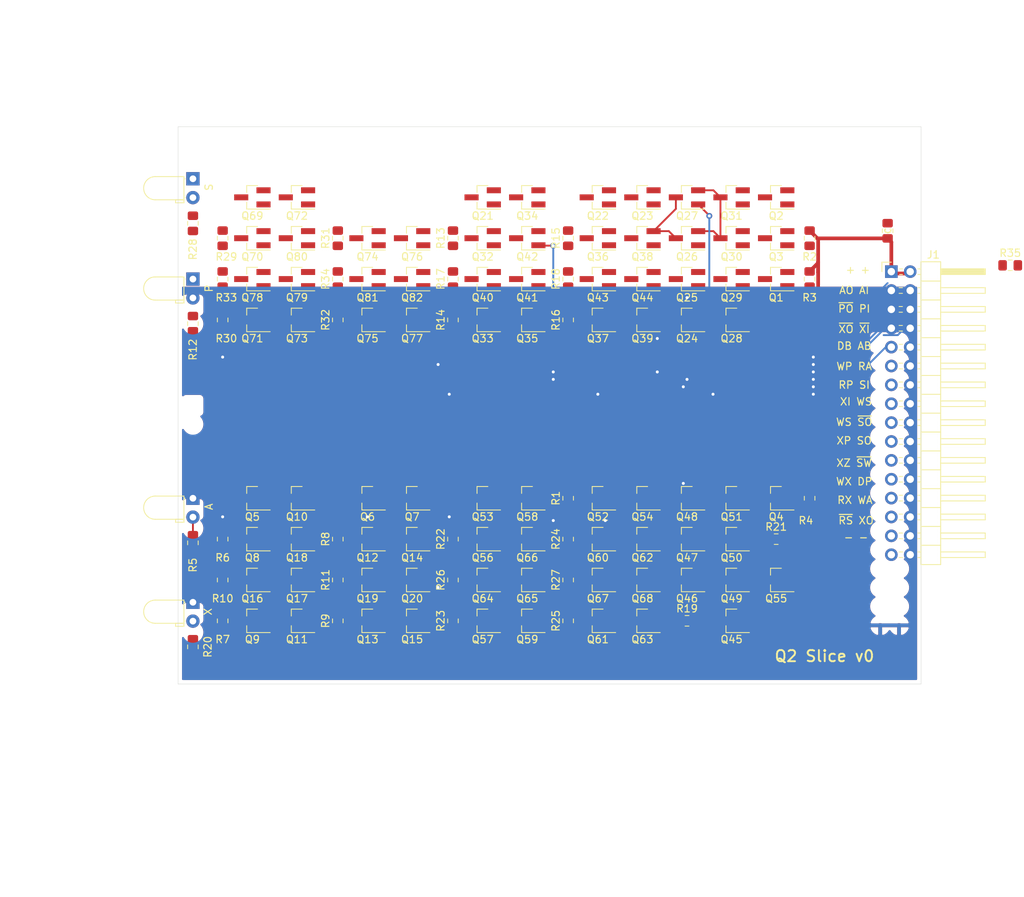
<source format=kicad_pcb>
(kicad_pcb (version 20171130) (host pcbnew "(5.1.6-0-10_14)")
  (layers (0 F.Cu signal) (31 B.Cu signal) (34 B.Paste user) (35 F.Paste user) (36 B.SilkS user) (37 F.SilkS user) (38 B.Mask user) (39 F.Mask user) (44 Edge.Cuts user))
  (net 0 "")
  (net 1 GND)
  (net 2 VCC)
  (net 3 "Net-(Q10-Pad3)")
  (net 4 DBUS)
  (net 5 ~P)
  (net 6 P)
  (net 7 SW)
  (net 8 RDP_ABUS)
  (net 9 RDX_ABUS)
  (net 10 ABUS)
  (net 11 ~SW)
  (net 12 WRX)
  (net 13 WRA)
  (net 14 "Net-(Q1-Pad2)")
  (net 15 "/A Register/A DFF/~Q")
  (net 16 AOUT)
  (net 17 "Net-(Q12-Pad2)")
  (net 18 "/X Register/X DFF/D")
  (net 19 "Net-(Q65-Pad2)")
  (net 20 SOUT)
  (net 21 ~SOUT)
  (net 22 "Net-(D1-Pad2)")
  (net 23 "Net-(D2-Pad2)")
  (net 24 "Net-(D3-Pad2)")
  (net 25 ~XOUT)
  (net 26 "Net-(D4-Pad2)")
  (net 27 ~XIN)
  (net 28 XIN_SHIFT)
  (net 29 XIN_P)
  (net 30 XIN_ZERO)
  (net 31 WRS)
  (net 32 AIN)
  (net 33 "Net-(D1-Pad1)")
  (net 34 "Net-(D2-Pad1)")
  (net 35 "Net-(D3-Pad1)")
  (net 36 "Net-(D4-Pad1)")
  (net 37 XIN_DBUS)
  (net 38 ~DBUS)
  (net 39 XOUT)
  (net 40 ~RST)
  (net 41 "Net-(Q13-Pad1)")
  (net 42 "Net-(Q16-Pad2)")
  (net 43 SETP)
  (net 44 "Net-(Q32-Pad2)")
  (net 45 CLRP)
  (net 46 "Net-(Q46-Pad2)")
  (net 47 "Net-(Q70-Pad2)")
  (net 48 ~WRP)
  (net 49 "Net-(Q24-Pad2)")
  (net 50 "Net-(Q32-Pad1)")
  (net 51 "Net-(Q36-Pad2)")
  (net 52 "Net-(Q40-Pad2)")
  (net 53 "Net-(Q47-Pad2)")
  (net 54 "Net-(Q70-Pad1)")
  (net 55 "Net-(Q74-Pad2)")
  (net 56 RST)
  (net 57 "Net-(Q78-Pad2)")
  (net 58 INCP_CLK)
  (net 59 "Net-(Q6-Pad2)")
  (net 60 "Net-(Q11-Pad1)")
  (net 61 "Net-(Q11-Pad3)")
  (net 62 "Net-(Q17-Pad1)")
  (net 63 "Net-(Q13-Pad2)")
  (net 64 "Net-(Q14-Pad1)")
  (net 65 "Net-(Q17-Pad2)")
  (net 66 "Net-(Q19-Pad2)")
  (net 67 "Net-(Q22-Pad2)")
  (net 68 "Net-(Q26-Pad2)")
  (net 69 "Net-(Q33-Pad3)")
  (net 70 "Net-(Q33-Pad2)")
  (net 71 "Net-(Q33-Pad1)")
  (net 72 "Net-(Q37-Pad2)")
  (net 73 "Net-(Q38-Pad1)")
  (net 74 "Net-(Q41-Pad2)")
  (net 75 "Net-(Q43-Pad2)")
  (net 76 "Net-(Q48-Pad2)")
  (net 77 "Net-(Q52-Pad2)")
  (net 78 "Net-(Q56-Pad2)")
  (net 79 "Net-(Q56-Pad1)")
  (net 80 "Net-(Q57-Pad3)")
  (net 81 "Net-(Q57-Pad2)")
  (net 82 "Net-(Q57-Pad1)")
  (net 83 "Net-(Q60-Pad2)")
  (net 84 "Net-(Q61-Pad2)")
  (net 85 "Net-(Q62-Pad1)")
  (net 86 "Net-(Q64-Pad2)")
  (net 87 "Net-(Q67-Pad2)")
  (net 88 "Net-(Q71-Pad3)")
  (net 89 "Net-(Q71-Pad2)")
  (net 90 "Net-(Q71-Pad1)")
  (net 91 "Net-(Q75-Pad2)")
  (net 92 "Net-(Q76-Pad1)")
  (net 93 "Net-(Q79-Pad2)")
  (net 94 "Net-(Q81-Pad2)")
  (net 95 SIN)
  (net 96 RDA_DBUS)
  (net 97 DEP)
  (module Connector_PinHeader_2.54mm:PinHeader_2x16_P2.54mm_Horizontal (layer F.Cu) (at 185 19.5)
    (fp_text reference J1 (at 5.655 -2.27) (layer F.SilkS))
    (fp_text value Conn_02x16_Odd_Even)
    (pad 32 thru_hole oval (at 2.54 38.1) (size 1.7 1.7) (drill 1) (layers *.Cu *.Mask) (net 1 GND))
    (pad 31 thru_hole oval (at 0 38.1) (size 1.7 1.7) (drill 1) (layers *.Cu *.Mask) (net 1 GND))
    (pad 30 thru_hole oval (at 2.54 35.56) (size 1.7 1.7) (drill 1) (layers *.Cu *.Mask) (net 11 ~SW))
    (pad 29 thru_hole oval (at 0 35.56) (size 1.7 1.7) (drill 1) (layers *.Cu *.Mask) (net 10 ABUS))
    (pad 28 thru_hole oval (at 2.54 33.02) (size 1.7 1.7) (drill 1) (layers *.Cu *.Mask))
    (pad 27 thru_hole oval (at 0 33.02) (size 1.7 1.7) (drill 1) (layers *.Cu *.Mask) (net 4 DBUS))
    (pad 26 thru_hole oval (at 2.54 30.48) (size 1.7 1.7) (drill 1) (layers *.Cu *.Mask) (net 12 WRX))
    (pad 25 thru_hole oval (at 0 30.48) (size 1.7 1.7) (drill 1) (layers *.Cu *.Mask) (net 21 ~SOUT))
    (pad 24 thru_hole oval (at 2.54 27.94) (size 1.7 1.7) (drill 1) (layers *.Cu *.Mask) (net 30 XIN_ZERO))
    (pad 23 thru_hole oval (at 0 27.94) (size 1.7 1.7) (drill 1) (layers *.Cu *.Mask) (net 20 SOUT))
    (pad 22 thru_hole oval (at 2.54 25.4) (size 1.7 1.7) (drill 1) (layers *.Cu *.Mask) (net 29 XIN_P))
    (pad 21 thru_hole oval (at 0 25.4) (size 1.7 1.7) (drill 1) (layers *.Cu *.Mask) (net 95 SIN))
    (pad 20 thru_hole oval (at 2.54 22.86) (size 1.7 1.7) (drill 1) (layers *.Cu *.Mask) (net 28 XIN_SHIFT))
    (pad 19 thru_hole oval (at 0 22.86) (size 1.7 1.7) (drill 1) (layers *.Cu *.Mask) (net 31 WRS))
    (pad 18 thru_hole oval (at 2.54 20.32) (size 1.7 1.7) (drill 1) (layers *.Cu *.Mask) (net 37 XIN_DBUS))
    (pad 17 thru_hole oval (at 0 20.32) (size 1.7 1.7) (drill 1) (layers *.Cu *.Mask) (net 13 WRA))
    (pad 16 thru_hole oval (at 2.54 17.78) (size 1.7 1.7) (drill 1) (layers *.Cu *.Mask) (net 9 RDX_ABUS))
    (pad 15 thru_hole oval (at 0 17.78) (size 1.7 1.7) (drill 1) (layers *.Cu *.Mask) (net 96 RDA_DBUS))
    (pad 14 thru_hole oval (at 2.54 15.24) (size 1.7 1.7) (drill 1) (layers *.Cu *.Mask) (net 8 RDP_ABUS))
    (pad 13 thru_hole oval (at 0 15.24) (size 1.7 1.7) (drill 1) (layers *.Cu *.Mask) (net 97 DEP))
    (pad 12 thru_hole oval (at 2.54 12.7) (size 1.7 1.7) (drill 1) (layers *.Cu *.Mask) (net 48 ~WRP))
    (pad 11 thru_hole oval (at 0 12.7) (size 1.7 1.7) (drill 1) (layers *.Cu *.Mask) (net 40 ~RST))
    (pad 10 thru_hole oval (at 2.54 10.16) (size 1.7 1.7) (drill 1) (layers *.Cu *.Mask))
    (pad 9 thru_hole oval (at 0 10.16) (size 1.7 1.7) (drill 1) (layers *.Cu *.Mask) (net 39 XOUT))
    (pad 8 thru_hole oval (at 2.54 7.62) (size 1.7 1.7) (drill 1) (layers *.Cu *.Mask) (net 27 ~XIN))
    (pad 7 thru_hole oval (at 0 7.62) (size 1.7 1.7) (drill 1) (layers *.Cu *.Mask) (net 25 ~XOUT))
    (pad 6 thru_hole oval (at 2.54 5.08) (size 1.7 1.7) (drill 1) (layers *.Cu *.Mask) (net 32 AIN))
    (pad 5 thru_hole oval (at 0 5.08) (size 1.7 1.7) (drill 1) (layers *.Cu *.Mask) (net 16 AOUT))
    (pad 4 thru_hole oval (at 2.54 2.54) (size 1.7 1.7) (drill 1) (layers *.Cu *.Mask) (net 5 ~P))
    (pad 3 thru_hole oval (at 0 2.54) (size 1.7 1.7) (drill 1) (layers *.Cu *.Mask) (net 58 INCP_CLK))
    (pad 2 thru_hole oval (at 2.54 0) (size 1.7 1.7) (drill 1) (layers *.Cu *.Mask) (net 2 VCC))
    (pad 1 thru_hole rect (at 0 0) (size 1.7 1.7) (drill 1) (layers *.Cu *.Mask) (net 2 VCC))
  )
  (module Resistor_SMD:R_0805_2012Metric_Pad1.15x1.40mm_HandSolder (layer F.Cu) (at 201 18.65)
    (fp_text reference R35 (at 0 -1.65) (layer F.SilkS))
    (fp_text value R hide)
    (pad 2 smd roundrect (at 1.025 0) (size 1.15 1.4) (layers F.Cu F.Paste F.Mask) (roundrect_rratio 0.217391) (net 11 ~SW))
    (pad 1 smd roundrect (at -1.025 0) (size 1.15 1.4) (layers F.Cu F.Paste F.Mask) (roundrect_rratio 0.217391) (net 2 VCC))
  )
  (module Package_TO_SOT_SMD:SOT-23_Handsoldering (layer F.Cu) (at 169.5 50 180)
    (fp_text reference Q4 (at 0 -2.5) (layer F.SilkS))
    (fp_text value 2N7002 hide)
    (pad 3 smd rect (at 1.5 0 180) (size 1.9 0.8) (layers F.Cu F.Paste F.Mask) (net 56 RST))
    (pad 2 smd rect (at -1.5 0.95 180) (size 1.9 0.8) (layers F.Cu F.Paste F.Mask) (net 1 GND))
    (pad 1 smd rect (at -1.5 -0.95 180) (size 1.9 0.8) (layers F.Cu F.Paste F.Mask) (net 40 ~RST))
  )
  (module Package_TO_SOT_SMD:SOT-23_Handsoldering (layer F.Cu) (at 120.5 20.5 180)
    (fp_text reference Q82 (at 0 -2.5) (layer F.SilkS))
    (fp_text value 2N7002 hide)
    (pad 3 smd rect (at 1.5 0 180) (size 1.9 0.8) (layers F.Cu F.Paste F.Mask) (net 94 "Net-(Q81-Pad2)"))
    (pad 2 smd rect (at -1.5 0.95 180) (size 1.9 0.8) (layers F.Cu F.Paste F.Mask) (net 56 RST))
    (pad 1 smd rect (at -1.5 -0.95 180) (size 1.9 0.8) (layers F.Cu F.Paste F.Mask) (net 95 SIN))
  )
  (module Package_TO_SOT_SMD:SOT-23_Handsoldering (layer F.Cu) (at 114.5 20.5 180)
    (fp_text reference Q81 (at 0 -2.5) (layer F.SilkS))
    (fp_text value 2N7002 hide)
    (pad 3 smd rect (at 1.5 0 180) (size 1.9 0.8) (layers F.Cu F.Paste F.Mask) (net 90 "Net-(Q71-Pad1)"))
    (pad 2 smd rect (at -1.5 0.95 180) (size 1.9 0.8) (layers F.Cu F.Paste F.Mask) (net 94 "Net-(Q81-Pad2)"))
    (pad 1 smd rect (at -1.5 -0.95 180) (size 1.9 0.8) (layers F.Cu F.Paste F.Mask) (net 92 "Net-(Q76-Pad1)"))
  )
  (module Package_TO_SOT_SMD:SOT-23_Handsoldering (layer F.Cu) (at 105 15 180)
    (fp_text reference Q80 (at 0 -2.5) (layer F.SilkS))
    (fp_text value 2N7002 hide)
    (pad 3 smd rect (at 1.5 0 180) (size 1.9 0.8) (layers F.Cu F.Paste F.Mask) (net 93 "Net-(Q79-Pad2)"))
    (pad 2 smd rect (at -1.5 0.95 180) (size 1.9 0.8) (layers F.Cu F.Paste F.Mask) (net 1 GND))
    (pad 1 smd rect (at -1.5 -0.95 180) (size 1.9 0.8) (layers F.Cu F.Paste F.Mask) (net 31 WRS))
  )
  (module Package_TO_SOT_SMD:SOT-23_Handsoldering (layer F.Cu) (at 105 20.5 180)
    (fp_text reference Q79 (at 0 -2.5) (layer F.SilkS))
    (fp_text value 2N7002 hide)
    (pad 3 smd rect (at 1.5 0 180) (size 1.9 0.8) (layers F.Cu F.Paste F.Mask) (net 57 "Net-(Q78-Pad2)"))
    (pad 2 smd rect (at -1.5 0.95 180) (size 1.9 0.8) (layers F.Cu F.Paste F.Mask) (net 93 "Net-(Q79-Pad2)"))
    (pad 1 smd rect (at -1.5 -0.95 180) (size 1.9 0.8) (layers F.Cu F.Paste F.Mask) (net 90 "Net-(Q71-Pad1)"))
  )
  (module Package_TO_SOT_SMD:SOT-23_Handsoldering (layer F.Cu) (at 99 20.5 180)
    (fp_text reference Q78 (at 0 -2.5) (layer F.SilkS))
    (fp_text value 2N7002 hide)
    (pad 3 smd rect (at 1.5 0 180) (size 1.9 0.8) (layers F.Cu F.Paste F.Mask) (net 92 "Net-(Q76-Pad1)"))
    (pad 2 smd rect (at -1.5 0.95 180) (size 1.9 0.8) (layers F.Cu F.Paste F.Mask) (net 57 "Net-(Q78-Pad2)"))
    (pad 1 smd rect (at -1.5 -0.95 180) (size 1.9 0.8) (layers F.Cu F.Paste F.Mask) (net 54 "Net-(Q70-Pad1)"))
  )
  (module Package_TO_SOT_SMD:SOT-23_Handsoldering (layer F.Cu) (at 120.5 26 180)
    (fp_text reference Q77 (at 0 -2.5) (layer F.SilkS))
    (fp_text value 2N7002 hide)
    (pad 3 smd rect (at 1.5 0 180) (size 1.9 0.8) (layers F.Cu F.Paste F.Mask) (net 91 "Net-(Q75-Pad2)"))
    (pad 2 smd rect (at -1.5 0.95 180) (size 1.9 0.8) (layers F.Cu F.Paste F.Mask) (net 56 RST))
    (pad 1 smd rect (at -1.5 -0.95 180) (size 1.9 0.8) (layers F.Cu F.Paste F.Mask) (net 31 WRS))
  )
  (module Package_TO_SOT_SMD:SOT-23_Handsoldering (layer F.Cu) (at 120.5 15 180)
    (fp_text reference Q76 (at 0 -2.5) (layer F.SilkS))
    (fp_text value 2N7002 hide)
    (pad 3 smd rect (at 1.5 0 180) (size 1.9 0.8) (layers F.Cu F.Paste F.Mask) (net 55 "Net-(Q74-Pad2)"))
    (pad 2 smd rect (at -1.5 0.95 180) (size 1.9 0.8) (layers F.Cu F.Paste F.Mask) (net 56 RST))
    (pad 1 smd rect (at -1.5 -0.95 180) (size 1.9 0.8) (layers F.Cu F.Paste F.Mask) (net 92 "Net-(Q76-Pad1)"))
  )
  (module Package_TO_SOT_SMD:SOT-23_Handsoldering (layer F.Cu) (at 114.5 26 180)
    (fp_text reference Q75 (at 0 -2.5) (layer F.SilkS))
    (fp_text value 2N7002 hide)
    (pad 3 smd rect (at 1.5 0 180) (size 1.9 0.8) (layers F.Cu F.Paste F.Mask) (net 54 "Net-(Q70-Pad1)"))
    (pad 2 smd rect (at -1.5 0.95 180) (size 1.9 0.8) (layers F.Cu F.Paste F.Mask) (net 91 "Net-(Q75-Pad2)"))
    (pad 1 smd rect (at -1.5 -0.95 180) (size 1.9 0.8) (layers F.Cu F.Paste F.Mask) (net 88 "Net-(Q71-Pad3)"))
  )
  (module Package_TO_SOT_SMD:SOT-23_Handsoldering (layer F.Cu) (at 114.5 15 180)
    (fp_text reference Q74 (at 0 -2.5) (layer F.SilkS))
    (fp_text value 2N7002 hide)
    (pad 3 smd rect (at 1.5 0 180) (size 1.9 0.8) (layers F.Cu F.Paste F.Mask) (net 21 ~SOUT))
    (pad 2 smd rect (at -1.5 0.95 180) (size 1.9 0.8) (layers F.Cu F.Paste F.Mask) (net 55 "Net-(Q74-Pad2)"))
    (pad 1 smd rect (at -1.5 -0.95 180) (size 1.9 0.8) (layers F.Cu F.Paste F.Mask) (net 20 SOUT))
  )
  (module Package_TO_SOT_SMD:SOT-23_Handsoldering (layer F.Cu) (at 105 26 180)
    (fp_text reference Q73 (at 0 -2.5) (layer F.SilkS))
    (fp_text value 2N7002 hide)
    (pad 3 smd rect (at 1.5 0 180) (size 1.9 0.8) (layers F.Cu F.Paste F.Mask) (net 89 "Net-(Q71-Pad2)"))
    (pad 2 smd rect (at -1.5 0.95 180) (size 1.9 0.8) (layers F.Cu F.Paste F.Mask) (net 1 GND))
    (pad 1 smd rect (at -1.5 -0.95 180) (size 1.9 0.8) (layers F.Cu F.Paste F.Mask) (net 54 "Net-(Q70-Pad1)"))
  )
  (module Package_TO_SOT_SMD:SOT-23_Handsoldering (layer F.Cu) (at 105 9.5 180)
    (fp_text reference Q72 (at 0 -2.5) (layer F.SilkS))
    (fp_text value 2N7002 hide)
    (pad 3 smd rect (at 1.5 0 180) (size 1.9 0.8) (layers F.Cu F.Paste F.Mask) (net 47 "Net-(Q70-Pad2)"))
    (pad 2 smd rect (at -1.5 0.95 180) (size 1.9 0.8) (layers F.Cu F.Paste F.Mask) (net 1 GND))
    (pad 1 smd rect (at -1.5 -0.95 180) (size 1.9 0.8) (layers F.Cu F.Paste F.Mask) (net 21 ~SOUT))
  )
  (module Package_TO_SOT_SMD:SOT-23_Handsoldering (layer F.Cu) (at 99 26 180)
    (fp_text reference Q71 (at 0 -2.5) (layer F.SilkS))
    (fp_text value 2N7002 hide)
    (pad 3 smd rect (at 1.5 0 180) (size 1.9 0.8) (layers F.Cu F.Paste F.Mask) (net 88 "Net-(Q71-Pad3)"))
    (pad 2 smd rect (at -1.5 0.95 180) (size 1.9 0.8) (layers F.Cu F.Paste F.Mask) (net 89 "Net-(Q71-Pad2)"))
    (pad 1 smd rect (at -1.5 -0.95 180) (size 1.9 0.8) (layers F.Cu F.Paste F.Mask) (net 90 "Net-(Q71-Pad1)"))
  )
  (module Package_TO_SOT_SMD:SOT-23_Handsoldering (layer F.Cu) (at 99 15 180)
    (fp_text reference Q70 (at 0 -2.5) (layer F.SilkS))
    (fp_text value 2N7002 hide)
    (pad 3 smd rect (at 1.5 0 180) (size 1.9 0.8) (layers F.Cu F.Paste F.Mask) (net 20 SOUT))
    (pad 2 smd rect (at -1.5 0.95 180) (size 1.9 0.8) (layers F.Cu F.Paste F.Mask) (net 47 "Net-(Q70-Pad2)"))
    (pad 1 smd rect (at -1.5 -0.95 180) (size 1.9 0.8) (layers F.Cu F.Paste F.Mask) (net 54 "Net-(Q70-Pad1)"))
  )
  (module Package_TO_SOT_SMD:SOT-23_Handsoldering (layer F.Cu) (at 163.5 66.5 180)
    (fp_text reference Q45 (at 0 -2.5) (layer F.SilkS))
    (fp_text value 2N7002 hide)
    (pad 3 smd rect (at 1.5 0 180) (size 1.9 0.8) (layers F.Cu F.Paste F.Mask) (net 18 "/X Register/X DFF/D"))
    (pad 2 smd rect (at -1.5 0.95 180) (size 1.9 0.8) (layers F.Cu F.Paste F.Mask) (net 1 GND))
    (pad 1 smd rect (at -1.5 -0.95 180) (size 1.9 0.8) (layers F.Cu F.Paste F.Mask) (net 30 XIN_ZERO))
  )
  (module Package_TO_SOT_SMD:SOT-23_Handsoldering (layer F.Cu) (at 99 9.5 180)
    (fp_text reference Q69 (at 0 -2.5) (layer F.SilkS))
    (fp_text value 2N7002 hide)
    (pad 3 smd rect (at 1.5 0 180) (size 1.9 0.8) (layers F.Cu F.Paste F.Mask) (net 36 "Net-(D4-Pad1)"))
    (pad 2 smd rect (at -1.5 0.95 180) (size 1.9 0.8) (layers F.Cu F.Paste F.Mask) (net 1 GND))
    (pad 1 smd rect (at -1.5 -0.95 180) (size 1.9 0.8) (layers F.Cu F.Paste F.Mask) (net 20 SOUT))
  )
  (module Package_TO_SOT_SMD:SOT-23_Handsoldering (layer F.Cu) (at 151.5 61 180)
    (fp_text reference Q68 (at 0 -2.5) (layer F.SilkS))
    (fp_text value 2N7002 hide)
    (pad 3 smd rect (at 1.5 0 180) (size 1.9 0.8) (layers F.Cu F.Paste F.Mask) (net 87 "Net-(Q67-Pad2)"))
    (pad 2 smd rect (at -1.5 0.95 180) (size 1.9 0.8) (layers F.Cu F.Paste F.Mask) (net 1 GND))
    (pad 1 smd rect (at -1.5 -0.95 180) (size 1.9 0.8) (layers F.Cu F.Paste F.Mask) (net 18 "/X Register/X DFF/D"))
  )
  (module Package_TO_SOT_SMD:SOT-23_Handsoldering (layer F.Cu) (at 145.5 61 180)
    (fp_text reference Q67 (at 0 -2.5) (layer F.SilkS))
    (fp_text value 2N7002 hide)
    (pad 3 smd rect (at 1.5 0 180) (size 1.9 0.8) (layers F.Cu F.Paste F.Mask) (net 82 "Net-(Q57-Pad1)"))
    (pad 2 smd rect (at -1.5 0.95 180) (size 1.9 0.8) (layers F.Cu F.Paste F.Mask) (net 87 "Net-(Q67-Pad2)"))
    (pad 1 smd rect (at -1.5 -0.95 180) (size 1.9 0.8) (layers F.Cu F.Paste F.Mask) (net 85 "Net-(Q62-Pad1)"))
  )
  (module Package_TO_SOT_SMD:SOT-23_Handsoldering (layer F.Cu) (at 136 55.5 180)
    (fp_text reference Q66 (at 0 -2.5) (layer F.SilkS))
    (fp_text value 2N7002 hide)
    (pad 3 smd rect (at 1.5 0 180) (size 1.9 0.8) (layers F.Cu F.Paste F.Mask) (net 19 "Net-(Q65-Pad2)"))
    (pad 2 smd rect (at -1.5 0.95 180) (size 1.9 0.8) (layers F.Cu F.Paste F.Mask) (net 1 GND))
    (pad 1 smd rect (at -1.5 -0.95 180) (size 1.9 0.8) (layers F.Cu F.Paste F.Mask) (net 12 WRX))
  )
  (module Package_TO_SOT_SMD:SOT-23_Handsoldering (layer F.Cu) (at 136 61 180)
    (fp_text reference Q65 (at 0 -2.5) (layer F.SilkS))
    (fp_text value 2N7002 hide)
    (pad 3 smd rect (at 1.5 0 180) (size 1.9 0.8) (layers F.Cu F.Paste F.Mask) (net 86 "Net-(Q64-Pad2)"))
    (pad 2 smd rect (at -1.5 0.95 180) (size 1.9 0.8) (layers F.Cu F.Paste F.Mask) (net 19 "Net-(Q65-Pad2)"))
    (pad 1 smd rect (at -1.5 -0.95 180) (size 1.9 0.8) (layers F.Cu F.Paste F.Mask) (net 82 "Net-(Q57-Pad1)"))
  )
  (module Package_TO_SOT_SMD:SOT-23_Handsoldering (layer F.Cu) (at 130 61 180)
    (fp_text reference Q64 (at 0 -2.5) (layer F.SilkS))
    (fp_text value 2N7002 hide)
    (pad 3 smd rect (at 1.5 0 180) (size 1.9 0.8) (layers F.Cu F.Paste F.Mask) (net 85 "Net-(Q62-Pad1)"))
    (pad 2 smd rect (at -1.5 0.95 180) (size 1.9 0.8) (layers F.Cu F.Paste F.Mask) (net 86 "Net-(Q64-Pad2)"))
    (pad 1 smd rect (at -1.5 -0.95 180) (size 1.9 0.8) (layers F.Cu F.Paste F.Mask) (net 79 "Net-(Q56-Pad1)"))
  )
  (module Package_TO_SOT_SMD:SOT-23_Handsoldering (layer F.Cu) (at 151.5 66.5 180)
    (fp_text reference Q63 (at 0 -2.5) (layer F.SilkS))
    (fp_text value 2N7002 hide)
    (pad 3 smd rect (at 1.5 0 180) (size 1.9 0.8) (layers F.Cu F.Paste F.Mask) (net 84 "Net-(Q61-Pad2)"))
    (pad 2 smd rect (at -1.5 0.95 180) (size 1.9 0.8) (layers F.Cu F.Paste F.Mask) (net 1 GND))
    (pad 1 smd rect (at -1.5 -0.95 180) (size 1.9 0.8) (layers F.Cu F.Paste F.Mask) (net 12 WRX))
  )
  (module Package_TO_SOT_SMD:SOT-23_Handsoldering (layer F.Cu) (at 151.5 55.5 180)
    (fp_text reference Q62 (at 0 -2.5) (layer F.SilkS))
    (fp_text value 2N7002 hide)
    (pad 3 smd rect (at 1.5 0 180) (size 1.9 0.8) (layers F.Cu F.Paste F.Mask) (net 83 "Net-(Q60-Pad2)"))
    (pad 2 smd rect (at -1.5 0.95 180) (size 1.9 0.8) (layers F.Cu F.Paste F.Mask) (net 1 GND))
    (pad 1 smd rect (at -1.5 -0.95 180) (size 1.9 0.8) (layers F.Cu F.Paste F.Mask) (net 85 "Net-(Q62-Pad1)"))
  )
  (module Package_TO_SOT_SMD:SOT-23_Handsoldering (layer F.Cu) (at 145.5 66.5 180)
    (fp_text reference Q61 (at 0 -2.5) (layer F.SilkS))
    (fp_text value 2N7002 hide)
    (pad 3 smd rect (at 1.5 0 180) (size 1.9 0.8) (layers F.Cu F.Paste F.Mask) (net 79 "Net-(Q56-Pad1)"))
    (pad 2 smd rect (at -1.5 0.95 180) (size 1.9 0.8) (layers F.Cu F.Paste F.Mask) (net 84 "Net-(Q61-Pad2)"))
    (pad 1 smd rect (at -1.5 -0.95 180) (size 1.9 0.8) (layers F.Cu F.Paste F.Mask) (net 80 "Net-(Q57-Pad3)"))
  )
  (module Package_TO_SOT_SMD:SOT-23_Handsoldering (layer F.Cu) (at 145.5 55.5 180)
    (fp_text reference Q60 (at 0 -2.5) (layer F.SilkS))
    (fp_text value 2N7002 hide)
    (pad 3 smd rect (at 1.5 0 180) (size 1.9 0.8) (layers F.Cu F.Paste F.Mask) (net 25 ~XOUT))
    (pad 2 smd rect (at -1.5 0.95 180) (size 1.9 0.8) (layers F.Cu F.Paste F.Mask) (net 83 "Net-(Q60-Pad2)"))
    (pad 1 smd rect (at -1.5 -0.95 180) (size 1.9 0.8) (layers F.Cu F.Paste F.Mask) (net 39 XOUT))
  )
  (module Package_TO_SOT_SMD:SOT-23_Handsoldering (layer F.Cu) (at 136 66.5 180)
    (fp_text reference Q59 (at 0 -2.5) (layer F.SilkS))
    (fp_text value 2N7002 hide)
    (pad 3 smd rect (at 1.5 0 180) (size 1.9 0.8) (layers F.Cu F.Paste F.Mask) (net 81 "Net-(Q57-Pad2)"))
    (pad 2 smd rect (at -1.5 0.95 180) (size 1.9 0.8) (layers F.Cu F.Paste F.Mask) (net 1 GND))
    (pad 1 smd rect (at -1.5 -0.95 180) (size 1.9 0.8) (layers F.Cu F.Paste F.Mask) (net 79 "Net-(Q56-Pad1)"))
  )
  (module Package_TO_SOT_SMD:SOT-23_Handsoldering (layer F.Cu) (at 136 50 180)
    (fp_text reference Q58 (at 0 -2.5) (layer F.SilkS))
    (fp_text value 2N7002 hide)
    (pad 3 smd rect (at 1.5 0 180) (size 1.9 0.8) (layers F.Cu F.Paste F.Mask) (net 78 "Net-(Q56-Pad2)"))
    (pad 2 smd rect (at -1.5 0.95 180) (size 1.9 0.8) (layers F.Cu F.Paste F.Mask) (net 1 GND))
    (pad 1 smd rect (at -1.5 -0.95 180) (size 1.9 0.8) (layers F.Cu F.Paste F.Mask) (net 25 ~XOUT))
  )
  (module Package_TO_SOT_SMD:SOT-23_Handsoldering (layer F.Cu) (at 130 66.5 180)
    (fp_text reference Q57 (at 0 -2.5) (layer F.SilkS))
    (fp_text value 2N7002 hide)
    (pad 3 smd rect (at 1.5 0 180) (size 1.9 0.8) (layers F.Cu F.Paste F.Mask) (net 80 "Net-(Q57-Pad3)"))
    (pad 2 smd rect (at -1.5 0.95 180) (size 1.9 0.8) (layers F.Cu F.Paste F.Mask) (net 81 "Net-(Q57-Pad2)"))
    (pad 1 smd rect (at -1.5 -0.95 180) (size 1.9 0.8) (layers F.Cu F.Paste F.Mask) (net 82 "Net-(Q57-Pad1)"))
  )
  (module Package_TO_SOT_SMD:SOT-23_Handsoldering (layer F.Cu) (at 130 55.5 180)
    (fp_text reference Q56 (at 0 -2.5) (layer F.SilkS))
    (fp_text value 2N7002 hide)
    (pad 3 smd rect (at 1.5 0 180) (size 1.9 0.8) (layers F.Cu F.Paste F.Mask) (net 39 XOUT))
    (pad 2 smd rect (at -1.5 0.95 180) (size 1.9 0.8) (layers F.Cu F.Paste F.Mask) (net 78 "Net-(Q56-Pad2)"))
    (pad 1 smd rect (at -1.5 -0.95 180) (size 1.9 0.8) (layers F.Cu F.Paste F.Mask) (net 79 "Net-(Q56-Pad1)"))
  )
  (module Package_TO_SOT_SMD:SOT-23_Handsoldering (layer F.Cu) (at 169.5 61 180)
    (fp_text reference Q55 (at 0 -2.5) (layer F.SilkS))
    (fp_text value 2N7002 hide)
    (pad 3 smd rect (at 1.5 0 180) (size 1.9 0.8) (layers F.Cu F.Paste F.Mask) (net 38 ~DBUS))
    (pad 2 smd rect (at -1.5 0.95 180) (size 1.9 0.8) (layers F.Cu F.Paste F.Mask) (net 1 GND))
    (pad 1 smd rect (at -1.5 -0.95 180) (size 1.9 0.8) (layers F.Cu F.Paste F.Mask) (net 4 DBUS))
  )
  (module Package_TO_SOT_SMD:SOT-23_Handsoldering (layer F.Cu) (at 151.5 50 180)
    (fp_text reference Q54 (at 0 -2.5) (layer F.SilkS))
    (fp_text value 2N7002 hide)
    (pad 3 smd rect (at 1.5 0 180) (size 1.9 0.8) (layers F.Cu F.Paste F.Mask) (net 77 "Net-(Q52-Pad2)"))
    (pad 2 smd rect (at -1.5 0.95 180) (size 1.9 0.8) (layers F.Cu F.Paste F.Mask) (net 1 GND))
    (pad 1 smd rect (at -1.5 -0.95 180) (size 1.9 0.8) (layers F.Cu F.Paste F.Mask) (net 9 RDX_ABUS))
  )
  (module Package_TO_SOT_SMD:SOT-23_Handsoldering (layer F.Cu) (at 145.5 50 180)
    (fp_text reference Q52 (at 0 -2.5) (layer F.SilkS))
    (fp_text value 2N7002 hide)
    (pad 3 smd rect (at 1.5 0 180) (size 1.9 0.8) (layers F.Cu F.Paste F.Mask) (net 10 ABUS))
    (pad 2 smd rect (at -1.5 0.95 180) (size 1.9 0.8) (layers F.Cu F.Paste F.Mask) (net 77 "Net-(Q52-Pad2)"))
    (pad 1 smd rect (at -1.5 -0.95 180) (size 1.9 0.8) (layers F.Cu F.Paste F.Mask) (net 25 ~XOUT))
  )
  (module Package_TO_SOT_SMD:SOT-23_Handsoldering (layer F.Cu) (at 163.5 50 180)
    (fp_text reference Q51 (at 0 -2.5) (layer F.SilkS))
    (fp_text value 2N7002 hide)
    (pad 3 smd rect (at 1.5 0 180) (size 1.9 0.8) (layers F.Cu F.Paste F.Mask) (net 76 "Net-(Q48-Pad2)"))
    (pad 2 smd rect (at -1.5 0.95 180) (size 1.9 0.8) (layers F.Cu F.Paste F.Mask) (net 1 GND))
    (pad 1 smd rect (at -1.5 -0.95 180) (size 1.9 0.8) (layers F.Cu F.Paste F.Mask) (net 28 XIN_SHIFT))
  )
  (module Package_TO_SOT_SMD:SOT-23_Handsoldering (layer F.Cu) (at 163.5 55.5 180)
    (fp_text reference Q50 (at 0 -2.5) (layer F.SilkS))
    (fp_text value 2N7002 hide)
    (pad 3 smd rect (at 1.5 0 180) (size 1.9 0.8) (layers F.Cu F.Paste F.Mask) (net 53 "Net-(Q47-Pad2)"))
    (pad 2 smd rect (at -1.5 0.95 180) (size 1.9 0.8) (layers F.Cu F.Paste F.Mask) (net 1 GND))
    (pad 1 smd rect (at -1.5 -0.95 180) (size 1.9 0.8) (layers F.Cu F.Paste F.Mask) (net 29 XIN_P))
  )
  (module Package_TO_SOT_SMD:SOT-23_Handsoldering (layer F.Cu) (at 163.5 61 180)
    (fp_text reference Q49 (at 0 -2.5) (layer F.SilkS))
    (fp_text value 2N7002 hide)
    (pad 3 smd rect (at 1.5 0 180) (size 1.9 0.8) (layers F.Cu F.Paste F.Mask) (net 46 "Net-(Q46-Pad2)"))
    (pad 2 smd rect (at -1.5 0.95 180) (size 1.9 0.8) (layers F.Cu F.Paste F.Mask) (net 1 GND))
    (pad 1 smd rect (at -1.5 -0.95 180) (size 1.9 0.8) (layers F.Cu F.Paste F.Mask) (net 37 XIN_DBUS))
  )
  (module Package_TO_SOT_SMD:SOT-23_Handsoldering (layer F.Cu) (at 157.5 50 180)
    (fp_text reference Q48 (at 0 -2.5) (layer F.SilkS))
    (fp_text value 2N7002 hide)
    (pad 3 smd rect (at 1.5 0 180) (size 1.9 0.8) (layers F.Cu F.Paste F.Mask) (net 18 "/X Register/X DFF/D"))
    (pad 2 smd rect (at -1.5 0.95 180) (size 1.9 0.8) (layers F.Cu F.Paste F.Mask) (net 76 "Net-(Q48-Pad2)"))
    (pad 1 smd rect (at -1.5 -0.95 180) (size 1.9 0.8) (layers F.Cu F.Paste F.Mask) (net 27 ~XIN))
  )
  (module Package_TO_SOT_SMD:SOT-23_Handsoldering (layer F.Cu) (at 157.5 55.5 180)
    (fp_text reference Q47 (at 0 -2.5) (layer F.SilkS))
    (fp_text value 2N7002 hide)
    (pad 3 smd rect (at 1.5 0 180) (size 1.9 0.8) (layers F.Cu F.Paste F.Mask) (net 18 "/X Register/X DFF/D"))
    (pad 2 smd rect (at -1.5 0.95 180) (size 1.9 0.8) (layers F.Cu F.Paste F.Mask) (net 53 "Net-(Q47-Pad2)"))
    (pad 1 smd rect (at -1.5 -0.95 180) (size 1.9 0.8) (layers F.Cu F.Paste F.Mask) (net 5 ~P))
  )
  (module Package_TO_SOT_SMD:SOT-23_Handsoldering (layer F.Cu) (at 157.5 61 180)
    (fp_text reference Q46 (at 0 -2.5) (layer F.SilkS))
    (fp_text value 2N7002 hide)
    (pad 3 smd rect (at 1.5 0 180) (size 1.9 0.8) (layers F.Cu F.Paste F.Mask) (net 18 "/X Register/X DFF/D"))
    (pad 2 smd rect (at -1.5 0.95 180) (size 1.9 0.8) (layers F.Cu F.Paste F.Mask) (net 46 "Net-(Q46-Pad2)"))
    (pad 1 smd rect (at -1.5 -0.95 180) (size 1.9 0.8) (layers F.Cu F.Paste F.Mask) (net 38 ~DBUS))
  )
  (module Package_TO_SOT_SMD:SOT-23_Handsoldering (layer F.Cu) (at 130 50 180)
    (fp_text reference Q53 (at 0 -2.5) (layer F.SilkS))
    (fp_text value 2N7002 hide)
    (pad 3 smd rect (at 1.5 0 180) (size 1.9 0.8) (layers F.Cu F.Paste F.Mask) (net 35 "Net-(D3-Pad1)"))
    (pad 2 smd rect (at -1.5 0.95 180) (size 1.9 0.8) (layers F.Cu F.Paste F.Mask) (net 1 GND))
    (pad 1 smd rect (at -1.5 -0.95 180) (size 1.9 0.8) (layers F.Cu F.Paste F.Mask) (net 39 XOUT))
  )
  (module Package_TO_SOT_SMD:SOT-23_Handsoldering (layer F.Cu) (at 151.5 20.5 180)
    (fp_text reference Q44 (at 0 -2.5) (layer F.SilkS))
    (fp_text value 2N7002 hide)
    (pad 3 smd rect (at 1.5 0 180) (size 1.9 0.8) (layers F.Cu F.Paste F.Mask) (net 75 "Net-(Q43-Pad2)"))
    (pad 2 smd rect (at -1.5 0.95 180) (size 1.9 0.8) (layers F.Cu F.Paste F.Mask) (net 45 CLRP))
    (pad 1 smd rect (at -1.5 -0.95 180) (size 1.9 0.8) (layers F.Cu F.Paste F.Mask) (net 5 ~P))
  )
  (module Package_TO_SOT_SMD:SOT-23_Handsoldering (layer F.Cu) (at 145.5 20.5 180)
    (fp_text reference Q43 (at 0 -2.5) (layer F.SilkS))
    (fp_text value 2N7002 hide)
    (pad 3 smd rect (at 1.5 0 180) (size 1.9 0.8) (layers F.Cu F.Paste F.Mask) (net 71 "Net-(Q33-Pad1)"))
    (pad 2 smd rect (at -1.5 0.95 180) (size 1.9 0.8) (layers F.Cu F.Paste F.Mask) (net 75 "Net-(Q43-Pad2)"))
    (pad 1 smd rect (at -1.5 -0.95 180) (size 1.9 0.8) (layers F.Cu F.Paste F.Mask) (net 73 "Net-(Q38-Pad1)"))
  )
  (module Package_TO_SOT_SMD:SOT-23_Handsoldering (layer F.Cu) (at 136 15 180)
    (fp_text reference Q42 (at 0 -2.5) (layer F.SilkS))
    (fp_text value 2N7002 hide)
    (pad 3 smd rect (at 1.5 0 180) (size 1.9 0.8) (layers F.Cu F.Paste F.Mask) (net 74 "Net-(Q41-Pad2)"))
    (pad 2 smd rect (at -1.5 0.95 180) (size 1.9 0.8) (layers F.Cu F.Paste F.Mask) (net 1 GND))
    (pad 1 smd rect (at -1.5 -0.95 180) (size 1.9 0.8) (layers F.Cu F.Paste F.Mask) (net 58 INCP_CLK))
  )
  (module Package_TO_SOT_SMD:SOT-23_Handsoldering (layer F.Cu) (at 136 20.5 180)
    (fp_text reference Q41 (at 0 -2.5) (layer F.SilkS))
    (fp_text value 2N7002 hide)
    (pad 3 smd rect (at 1.5 0 180) (size 1.9 0.8) (layers F.Cu F.Paste F.Mask) (net 52 "Net-(Q40-Pad2)"))
    (pad 2 smd rect (at -1.5 0.95 180) (size 1.9 0.8) (layers F.Cu F.Paste F.Mask) (net 74 "Net-(Q41-Pad2)"))
    (pad 1 smd rect (at -1.5 -0.95 180) (size 1.9 0.8) (layers F.Cu F.Paste F.Mask) (net 71 "Net-(Q33-Pad1)"))
  )
  (module Package_TO_SOT_SMD:SOT-23_Handsoldering (layer F.Cu) (at 130 20.5 180)
    (fp_text reference Q40 (at 0 -2.5) (layer F.SilkS))
    (fp_text value 2N7002 hide)
    (pad 3 smd rect (at 1.5 0 180) (size 1.9 0.8) (layers F.Cu F.Paste F.Mask) (net 73 "Net-(Q38-Pad1)"))
    (pad 2 smd rect (at -1.5 0.95 180) (size 1.9 0.8) (layers F.Cu F.Paste F.Mask) (net 52 "Net-(Q40-Pad2)"))
    (pad 1 smd rect (at -1.5 -0.95 180) (size 1.9 0.8) (layers F.Cu F.Paste F.Mask) (net 50 "Net-(Q32-Pad1)"))
  )
  (module Package_TO_SOT_SMD:SOT-23_Handsoldering (layer F.Cu) (at 151.5 26 180)
    (fp_text reference Q39 (at 0 -2.5) (layer F.SilkS))
    (fp_text value 2N7002 hide)
    (pad 3 smd rect (at 1.5 0 180) (size 1.9 0.8) (layers F.Cu F.Paste F.Mask) (net 72 "Net-(Q37-Pad2)"))
    (pad 2 smd rect (at -1.5 0.95 180) (size 1.9 0.8) (layers F.Cu F.Paste F.Mask) (net 45 CLRP))
    (pad 1 smd rect (at -1.5 -0.95 180) (size 1.9 0.8) (layers F.Cu F.Paste F.Mask) (net 58 INCP_CLK))
  )
  (module Package_TO_SOT_SMD:SOT-23_Handsoldering (layer F.Cu) (at 151.5 15 180)
    (fp_text reference Q38 (at 0 -2.5) (layer F.SilkS))
    (fp_text value 2N7002 hide)
    (pad 3 smd rect (at 1.5 0 180) (size 1.9 0.8) (layers F.Cu F.Paste F.Mask) (net 51 "Net-(Q36-Pad2)"))
    (pad 2 smd rect (at -1.5 0.95 180) (size 1.9 0.8) (layers F.Cu F.Paste F.Mask) (net 45 CLRP))
    (pad 1 smd rect (at -1.5 -0.95 180) (size 1.9 0.8) (layers F.Cu F.Paste F.Mask) (net 73 "Net-(Q38-Pad1)"))
  )
  (module Package_TO_SOT_SMD:SOT-23_Handsoldering (layer F.Cu) (at 145.5 26 180)
    (fp_text reference Q37 (at 0 -2.5) (layer F.SilkS))
    (fp_text value 2N7002 hide)
    (pad 3 smd rect (at 1.5 0 180) (size 1.9 0.8) (layers F.Cu F.Paste F.Mask) (net 50 "Net-(Q32-Pad1)"))
    (pad 2 smd rect (at -1.5 0.95 180) (size 1.9 0.8) (layers F.Cu F.Paste F.Mask) (net 72 "Net-(Q37-Pad2)"))
    (pad 1 smd rect (at -1.5 -0.95 180) (size 1.9 0.8) (layers F.Cu F.Paste F.Mask) (net 69 "Net-(Q33-Pad3)"))
  )
  (module Package_TO_SOT_SMD:SOT-23_Handsoldering (layer F.Cu) (at 145.5 15 180)
    (fp_text reference Q36 (at 0 -2.5) (layer F.SilkS))
    (fp_text value 2N7002 hide)
    (pad 3 smd rect (at 1.5 0 180) (size 1.9 0.8) (layers F.Cu F.Paste F.Mask) (net 5 ~P))
    (pad 2 smd rect (at -1.5 0.95 180) (size 1.9 0.8) (layers F.Cu F.Paste F.Mask) (net 51 "Net-(Q36-Pad2)"))
    (pad 1 smd rect (at -1.5 -0.95 180) (size 1.9 0.8) (layers F.Cu F.Paste F.Mask) (net 6 P))
  )
  (module Package_TO_SOT_SMD:SOT-23_Handsoldering (layer F.Cu) (at 136 26 180)
    (fp_text reference Q35 (at 0 -2.5) (layer F.SilkS))
    (fp_text value 2N7002 hide)
    (pad 3 smd rect (at 1.5 0 180) (size 1.9 0.8) (layers F.Cu F.Paste F.Mask) (net 70 "Net-(Q33-Pad2)"))
    (pad 2 smd rect (at -1.5 0.95 180) (size 1.9 0.8) (layers F.Cu F.Paste F.Mask) (net 43 SETP))
    (pad 1 smd rect (at -1.5 -0.95 180) (size 1.9 0.8) (layers F.Cu F.Paste F.Mask) (net 50 "Net-(Q32-Pad1)"))
  )
  (module Package_TO_SOT_SMD:SOT-23_Handsoldering (layer F.Cu) (at 136 9.5 180)
    (fp_text reference Q34 (at 0 -2.5) (layer F.SilkS))
    (fp_text value 2N7002 hide)
    (pad 3 smd rect (at 1.5 0 180) (size 1.9 0.8) (layers F.Cu F.Paste F.Mask) (net 44 "Net-(Q32-Pad2)"))
    (pad 2 smd rect (at -1.5 0.95 180) (size 1.9 0.8) (layers F.Cu F.Paste F.Mask) (net 43 SETP))
    (pad 1 smd rect (at -1.5 -0.95 180) (size 1.9 0.8) (layers F.Cu F.Paste F.Mask) (net 5 ~P))
  )
  (module Package_TO_SOT_SMD:SOT-23_Handsoldering (layer F.Cu) (at 130 26 180)
    (fp_text reference Q33 (at 0 -2.5) (layer F.SilkS))
    (fp_text value 2N7002 hide)
    (pad 3 smd rect (at 1.5 0 180) (size 1.9 0.8) (layers F.Cu F.Paste F.Mask) (net 69 "Net-(Q33-Pad3)"))
    (pad 2 smd rect (at -1.5 0.95 180) (size 1.9 0.8) (layers F.Cu F.Paste F.Mask) (net 70 "Net-(Q33-Pad2)"))
    (pad 1 smd rect (at -1.5 -0.95 180) (size 1.9 0.8) (layers F.Cu F.Paste F.Mask) (net 71 "Net-(Q33-Pad1)"))
  )
  (module Package_TO_SOT_SMD:SOT-23_Handsoldering (layer F.Cu) (at 130 15 180)
    (fp_text reference Q32 (at 0 -2.5) (layer F.SilkS))
    (fp_text value 2N7002 hide)
    (pad 3 smd rect (at 1.5 0 180) (size 1.9 0.8) (layers F.Cu F.Paste F.Mask) (net 6 P))
    (pad 2 smd rect (at -1.5 0.95 180) (size 1.9 0.8) (layers F.Cu F.Paste F.Mask) (net 44 "Net-(Q32-Pad2)"))
    (pad 1 smd rect (at -1.5 -0.95 180) (size 1.9 0.8) (layers F.Cu F.Paste F.Mask) (net 50 "Net-(Q32-Pad1)"))
  )
  (module Package_TO_SOT_SMD:SOT-23_Handsoldering (layer F.Cu) (at 163.5 9.5 180)
    (fp_text reference Q31 (at 0 -2.5) (layer F.SilkS))
    (fp_text value 2N7002 hide)
    (pad 3 smd rect (at 1.5 0 180) (size 1.9 0.8) (layers F.Cu F.Paste F.Mask) (net 68 "Net-(Q26-Pad2)"))
    (pad 2 smd rect (at -1.5 0.95 180) (size 1.9 0.8) (layers F.Cu F.Paste F.Mask) (net 1 GND))
    (pad 1 smd rect (at -1.5 -0.95 180) (size 1.9 0.8) (layers F.Cu F.Paste F.Mask) (net 7 SW))
  )
  (module Package_TO_SOT_SMD:SOT-23_Handsoldering (layer F.Cu) (at 157.5 20.5 180)
    (fp_text reference Q25 (at 0 -2.5) (layer F.SilkS))
    (fp_text value 2N7002 hide)
    (pad 3 smd rect (at 1.5 0 180) (size 1.9 0.8) (layers F.Cu F.Paste F.Mask) (net 43 SETP))
    (pad 2 smd rect (at -1.5 0.95 180) (size 1.9 0.8) (layers F.Cu F.Paste F.Mask) (net 49 "Net-(Q24-Pad2)"))
    (pad 1 smd rect (at -1.5 -0.95 180) (size 1.9 0.8) (layers F.Cu F.Paste F.Mask) (net 25 ~XOUT))
  )
  (module Package_TO_SOT_SMD:SOT-23_Handsoldering (layer F.Cu) (at 163.5 15 180)
    (fp_text reference Q30 (at 0 -2.5) (layer F.SilkS))
    (fp_text value 2N7002 hide)
    (pad 3 smd rect (at 1.5 0 180) (size 1.9 0.8) (layers F.Cu F.Paste F.Mask) (net 68 "Net-(Q26-Pad2)"))
    (pad 2 smd rect (at -1.5 0.95 180) (size 1.9 0.8) (layers F.Cu F.Paste F.Mask) (net 1 GND))
    (pad 1 smd rect (at -1.5 -0.95 180) (size 1.9 0.8) (layers F.Cu F.Paste F.Mask) (net 40 ~RST))
  )
  (module Package_TO_SOT_SMD:SOT-23_Handsoldering (layer F.Cu) (at 163.5 20.5 180)
    (fp_text reference Q29 (at 0 -2.5) (layer F.SilkS))
    (fp_text value 2N7002 hide)
    (pad 3 smd rect (at 1.5 0 180) (size 1.9 0.8) (layers F.Cu F.Paste F.Mask) (net 49 "Net-(Q24-Pad2)"))
    (pad 2 smd rect (at -1.5 0.95 180) (size 1.9 0.8) (layers F.Cu F.Paste F.Mask) (net 1 GND))
    (pad 1 smd rect (at -1.5 -0.95 180) (size 1.9 0.8) (layers F.Cu F.Paste F.Mask) (net 11 ~SW))
  )
  (module Package_TO_SOT_SMD:SOT-23_Handsoldering (layer F.Cu) (at 163.5 26 180)
    (fp_text reference Q28 (at 0 -2.5) (layer F.SilkS))
    (fp_text value 2N7002 hide)
    (pad 3 smd rect (at 1.5 0 180) (size 1.9 0.8) (layers F.Cu F.Paste F.Mask) (net 49 "Net-(Q24-Pad2)"))
    (pad 2 smd rect (at -1.5 0.95 180) (size 1.9 0.8) (layers F.Cu F.Paste F.Mask) (net 1 GND))
    (pad 1 smd rect (at -1.5 -0.95 180) (size 1.9 0.8) (layers F.Cu F.Paste F.Mask) (net 40 ~RST))
  )
  (module Package_TO_SOT_SMD:SOT-23_Handsoldering (layer F.Cu) (at 157.5 15 180)
    (fp_text reference Q26 (at 0 -2.5) (layer F.SilkS))
    (fp_text value 2N7002 hide)
    (pad 3 smd rect (at 1.5 0 180) (size 1.9 0.8) (layers F.Cu F.Paste F.Mask) (net 45 CLRP))
    (pad 2 smd rect (at -1.5 0.95 180) (size 1.9 0.8) (layers F.Cu F.Paste F.Mask) (net 68 "Net-(Q26-Pad2)"))
    (pad 1 smd rect (at -1.5 -0.95 180) (size 1.9 0.8) (layers F.Cu F.Paste F.Mask) (net 48 ~WRP))
  )
  (module Package_TO_SOT_SMD:SOT-23_Handsoldering (layer F.Cu) (at 157.5 9.5 180)
    (fp_text reference Q27 (at 0 -2.5) (layer F.SilkS))
    (fp_text value 2N7002 hide)
    (pad 3 smd rect (at 1.5 0 180) (size 1.9 0.8) (layers F.Cu F.Paste F.Mask) (net 45 CLRP))
    (pad 2 smd rect (at -1.5 0.95 180) (size 1.9 0.8) (layers F.Cu F.Paste F.Mask) (net 68 "Net-(Q26-Pad2)"))
    (pad 1 smd rect (at -1.5 -0.95 180) (size 1.9 0.8) (layers F.Cu F.Paste F.Mask) (net 39 XOUT))
  )
  (module Package_TO_SOT_SMD:SOT-23_Handsoldering (layer F.Cu) (at 157.5 26 180)
    (fp_text reference Q24 (at 0 -2.5) (layer F.SilkS))
    (fp_text value 2N7002 hide)
    (pad 3 smd rect (at 1.5 0 180) (size 1.9 0.8) (layers F.Cu F.Paste F.Mask) (net 43 SETP))
    (pad 2 smd rect (at -1.5 0.95 180) (size 1.9 0.8) (layers F.Cu F.Paste F.Mask) (net 49 "Net-(Q24-Pad2)"))
    (pad 1 smd rect (at -1.5 -0.95 180) (size 1.9 0.8) (layers F.Cu F.Paste F.Mask) (net 48 ~WRP))
  )
  (module Package_TO_SOT_SMD:SOT-23_Handsoldering (layer F.Cu) (at 151.5 9.5 180)
    (fp_text reference Q23 (at 0 -2.5) (layer F.SilkS))
    (fp_text value 2N7002 hide)
    (pad 3 smd rect (at 1.5 0 180) (size 1.9 0.8) (layers F.Cu F.Paste F.Mask) (net 67 "Net-(Q22-Pad2)"))
    (pad 2 smd rect (at -1.5 0.95 180) (size 1.9 0.8) (layers F.Cu F.Paste F.Mask) (net 1 GND))
    (pad 1 smd rect (at -1.5 -0.95 180) (size 1.9 0.8) (layers F.Cu F.Paste F.Mask) (net 8 RDP_ABUS))
  )
  (module Package_TO_SOT_SMD:SOT-23_Handsoldering (layer F.Cu) (at 145.5 9.5 180)
    (fp_text reference Q22 (at 0 -2.5) (layer F.SilkS))
    (fp_text value 2N7002 hide)
    (pad 3 smd rect (at 1.5 0 180) (size 1.9 0.8) (layers F.Cu F.Paste F.Mask) (net 10 ABUS))
    (pad 2 smd rect (at -1.5 0.95 180) (size 1.9 0.8) (layers F.Cu F.Paste F.Mask) (net 67 "Net-(Q22-Pad2)"))
    (pad 1 smd rect (at -1.5 -0.95 180) (size 1.9 0.8) (layers F.Cu F.Paste F.Mask) (net 5 ~P))
  )
  (module Package_TO_SOT_SMD:SOT-23_Handsoldering (layer F.Cu) (at 130 9.5 180)
    (fp_text reference Q21 (at 0 -2.5) (layer F.SilkS))
    (fp_text value 2N7002 hide)
    (pad 3 smd rect (at 1.5 0 180) (size 1.9 0.8) (layers F.Cu F.Paste F.Mask) (net 34 "Net-(D2-Pad1)"))
    (pad 2 smd rect (at -1.5 0.95 180) (size 1.9 0.8) (layers F.Cu F.Paste F.Mask) (net 1 GND))
    (pad 1 smd rect (at -1.5 -0.95 180) (size 1.9 0.8) (layers F.Cu F.Paste F.Mask) (net 6 P))
  )
  (module Package_TO_SOT_SMD:SOT-23_Handsoldering (layer F.Cu) (at 120.5 61 180)
    (fp_text reference Q20 (at 0 -2.5) (layer F.SilkS))
    (fp_text value 2N7002 hide)
    (pad 3 smd rect (at 1.5 0 180) (size 1.9 0.8) (layers F.Cu F.Paste F.Mask) (net 66 "Net-(Q19-Pad2)"))
    (pad 2 smd rect (at -1.5 0.95 180) (size 1.9 0.8) (layers F.Cu F.Paste F.Mask) (net 1 GND))
    (pad 1 smd rect (at -1.5 -0.95 180) (size 1.9 0.8) (layers F.Cu F.Paste F.Mask) (net 32 AIN))
  )
  (module Package_TO_SOT_SMD:SOT-23_Handsoldering (layer F.Cu) (at 114.5 61 180)
    (fp_text reference Q19 (at 0 -2.5) (layer F.SilkS))
    (fp_text value 2N7002 hide)
    (pad 3 smd rect (at 1.5 0 180) (size 1.9 0.8) (layers F.Cu F.Paste F.Mask) (net 62 "Net-(Q17-Pad1)"))
    (pad 2 smd rect (at -1.5 0.95 180) (size 1.9 0.8) (layers F.Cu F.Paste F.Mask) (net 66 "Net-(Q19-Pad2)"))
    (pad 1 smd rect (at -1.5 -0.95 180) (size 1.9 0.8) (layers F.Cu F.Paste F.Mask) (net 64 "Net-(Q14-Pad1)"))
  )
  (module Package_TO_SOT_SMD:SOT-23_Handsoldering (layer F.Cu) (at 105 55.5 180)
    (fp_text reference Q18 (at 0 -2.5) (layer F.SilkS))
    (fp_text value 2N7002 hide)
    (pad 3 smd rect (at 1.5 0 180) (size 1.9 0.8) (layers F.Cu F.Paste F.Mask) (net 65 "Net-(Q17-Pad2)"))
    (pad 2 smd rect (at -1.5 0.95 180) (size 1.9 0.8) (layers F.Cu F.Paste F.Mask) (net 1 GND))
    (pad 1 smd rect (at -1.5 -0.95 180) (size 1.9 0.8) (layers F.Cu F.Paste F.Mask) (net 13 WRA))
  )
  (module Package_TO_SOT_SMD:SOT-23_Handsoldering (layer F.Cu) (at 105 61 180)
    (fp_text reference Q17 (at 0 -2.5) (layer F.SilkS))
    (fp_text value 2N7002 hide)
    (pad 3 smd rect (at 1.5 0 180) (size 1.9 0.8) (layers F.Cu F.Paste F.Mask) (net 42 "Net-(Q16-Pad2)"))
    (pad 2 smd rect (at -1.5 0.95 180) (size 1.9 0.8) (layers F.Cu F.Paste F.Mask) (net 65 "Net-(Q17-Pad2)"))
    (pad 1 smd rect (at -1.5 -0.95 180) (size 1.9 0.8) (layers F.Cu F.Paste F.Mask) (net 62 "Net-(Q17-Pad1)"))
  )
  (module Package_TO_SOT_SMD:SOT-23_Handsoldering (layer F.Cu) (at 99 61 180)
    (fp_text reference Q16 (at 0 -2.5) (layer F.SilkS))
    (fp_text value 2N7002 hide)
    (pad 3 smd rect (at 1.5 0 180) (size 1.9 0.8) (layers F.Cu F.Paste F.Mask) (net 64 "Net-(Q14-Pad1)"))
    (pad 2 smd rect (at -1.5 0.95 180) (size 1.9 0.8) (layers F.Cu F.Paste F.Mask) (net 42 "Net-(Q16-Pad2)"))
    (pad 1 smd rect (at -1.5 -0.95 180) (size 1.9 0.8) (layers F.Cu F.Paste F.Mask) (net 60 "Net-(Q11-Pad1)"))
  )
  (module Package_TO_SOT_SMD:SOT-23_Handsoldering (layer F.Cu) (at 120.5 66.5 180)
    (fp_text reference Q15 (at 0 -2.5) (layer F.SilkS))
    (fp_text value 2N7002 hide)
    (pad 3 smd rect (at 1.5 0 180) (size 1.9 0.8) (layers F.Cu F.Paste F.Mask) (net 63 "Net-(Q13-Pad2)"))
    (pad 2 smd rect (at -1.5 0.95 180) (size 1.9 0.8) (layers F.Cu F.Paste F.Mask) (net 1 GND))
    (pad 1 smd rect (at -1.5 -0.95 180) (size 1.9 0.8) (layers F.Cu F.Paste F.Mask) (net 13 WRA))
  )
  (module Package_TO_SOT_SMD:SOT-23_Handsoldering (layer F.Cu) (at 120.5 55.5 180)
    (fp_text reference Q14 (at 0 -2.5) (layer F.SilkS))
    (fp_text value 2N7002 hide)
    (pad 3 smd rect (at 1.5 0 180) (size 1.9 0.8) (layers F.Cu F.Paste F.Mask) (net 17 "Net-(Q12-Pad2)"))
    (pad 2 smd rect (at -1.5 0.95 180) (size 1.9 0.8) (layers F.Cu F.Paste F.Mask) (net 1 GND))
    (pad 1 smd rect (at -1.5 -0.95 180) (size 1.9 0.8) (layers F.Cu F.Paste F.Mask) (net 64 "Net-(Q14-Pad1)"))
  )
  (module Package_TO_SOT_SMD:SOT-23_Handsoldering (layer F.Cu) (at 114.5 66.5 180)
    (fp_text reference Q13 (at 0 -2.5) (layer F.SilkS))
    (fp_text value 2N7002 hide)
    (pad 3 smd rect (at 1.5 0 180) (size 1.9 0.8) (layers F.Cu F.Paste F.Mask) (net 60 "Net-(Q11-Pad1)"))
    (pad 2 smd rect (at -1.5 0.95 180) (size 1.9 0.8) (layers F.Cu F.Paste F.Mask) (net 63 "Net-(Q13-Pad2)"))
    (pad 1 smd rect (at -1.5 -0.95 180) (size 1.9 0.8) (layers F.Cu F.Paste F.Mask) (net 41 "Net-(Q13-Pad1)"))
  )
  (module Package_TO_SOT_SMD:SOT-23_Handsoldering (layer F.Cu) (at 114.5 55.5 180)
    (fp_text reference Q12 (at 0 -2.5) (layer F.SilkS))
    (fp_text value 2N7002 hide)
    (pad 3 smd rect (at 1.5 0 180) (size 1.9 0.8) (layers F.Cu F.Paste F.Mask) (net 15 "/A Register/A DFF/~Q"))
    (pad 2 smd rect (at -1.5 0.95 180) (size 1.9 0.8) (layers F.Cu F.Paste F.Mask) (net 17 "Net-(Q12-Pad2)"))
    (pad 1 smd rect (at -1.5 -0.95 180) (size 1.9 0.8) (layers F.Cu F.Paste F.Mask) (net 16 AOUT))
  )
  (module Package_TO_SOT_SMD:SOT-23_Handsoldering (layer F.Cu) (at 105 66.5 180)
    (fp_text reference Q11 (at 0 -2.5) (layer F.SilkS))
    (fp_text value 2N7002 hide)
    (pad 3 smd rect (at 1.5 0 180) (size 1.9 0.8) (layers F.Cu F.Paste F.Mask) (net 61 "Net-(Q11-Pad3)"))
    (pad 2 smd rect (at -1.5 0.95 180) (size 1.9 0.8) (layers F.Cu F.Paste F.Mask) (net 1 GND))
    (pad 1 smd rect (at -1.5 -0.95 180) (size 1.9 0.8) (layers F.Cu F.Paste F.Mask) (net 60 "Net-(Q11-Pad1)"))
  )
  (module Package_TO_SOT_SMD:SOT-23_Handsoldering (layer F.Cu) (at 105 50 180)
    (fp_text reference Q10 (at 0 -2.5) (layer F.SilkS))
    (fp_text value 2N7002 hide)
    (pad 3 smd rect (at 1.5 0 180) (size 1.9 0.8) (layers F.Cu F.Paste F.Mask) (net 3 "Net-(Q10-Pad3)"))
    (pad 2 smd rect (at -1.5 0.95 180) (size 1.9 0.8) (layers F.Cu F.Paste F.Mask) (net 1 GND))
    (pad 1 smd rect (at -1.5 -0.95 180) (size 1.9 0.8) (layers F.Cu F.Paste F.Mask) (net 15 "/A Register/A DFF/~Q"))
  )
  (module Package_TO_SOT_SMD:SOT-23_Handsoldering (layer F.Cu) (at 99 66.5 180)
    (fp_text reference Q9 (at 0 -2.5) (layer F.SilkS))
    (fp_text value 2N7002 hide)
    (pad 3 smd rect (at 1.5 0 180) (size 1.9 0.8) (layers F.Cu F.Paste F.Mask) (net 41 "Net-(Q13-Pad1)"))
    (pad 2 smd rect (at -1.5 0.95 180) (size 1.9 0.8) (layers F.Cu F.Paste F.Mask) (net 61 "Net-(Q11-Pad3)"))
    (pad 1 smd rect (at -1.5 -0.95 180) (size 1.9 0.8) (layers F.Cu F.Paste F.Mask) (net 62 "Net-(Q17-Pad1)"))
  )
  (module Package_TO_SOT_SMD:SOT-23_Handsoldering (layer F.Cu) (at 99 55.5 180)
    (fp_text reference Q8 (at 0 -2.5) (layer F.SilkS))
    (fp_text value 2N7002 hide)
    (pad 3 smd rect (at 1.5 0 180) (size 1.9 0.8) (layers F.Cu F.Paste F.Mask) (net 16 AOUT))
    (pad 2 smd rect (at -1.5 0.95 180) (size 1.9 0.8) (layers F.Cu F.Paste F.Mask) (net 3 "Net-(Q10-Pad3)"))
    (pad 1 smd rect (at -1.5 -0.95 180) (size 1.9 0.8) (layers F.Cu F.Paste F.Mask) (net 60 "Net-(Q11-Pad1)"))
  )
  (module Package_TO_SOT_SMD:SOT-23_Handsoldering (layer F.Cu) (at 120.5 50 180)
    (fp_text reference Q7 (at 0 -2.5) (layer F.SilkS))
    (fp_text value 2N7002 hide)
    (pad 3 smd rect (at 1.5 0 180) (size 1.9 0.8) (layers F.Cu F.Paste F.Mask) (net 59 "Net-(Q6-Pad2)"))
    (pad 2 smd rect (at -1.5 0.95 180) (size 1.9 0.8) (layers F.Cu F.Paste F.Mask) (net 1 GND))
    (pad 1 smd rect (at -1.5 -0.95 180) (size 1.9 0.8) (layers F.Cu F.Paste F.Mask) (net 96 RDA_DBUS))
  )
  (module Package_TO_SOT_SMD:SOT-23_Handsoldering (layer F.Cu) (at 114.5 50 180)
    (fp_text reference Q6 (at 0 -2.5) (layer F.SilkS))
    (fp_text value 2N7002 hide)
    (pad 3 smd rect (at 1.5 0 180) (size 1.9 0.8) (layers F.Cu F.Paste F.Mask) (net 4 DBUS))
    (pad 2 smd rect (at -1.5 0.95 180) (size 1.9 0.8) (layers F.Cu F.Paste F.Mask) (net 59 "Net-(Q6-Pad2)"))
    (pad 1 smd rect (at -1.5 -0.95 180) (size 1.9 0.8) (layers F.Cu F.Paste F.Mask) (net 15 "/A Register/A DFF/~Q"))
  )
  (module Package_TO_SOT_SMD:SOT-23_Handsoldering (layer F.Cu) (at 99 50 180)
    (fp_text reference Q5 (at 0 -2.5) (layer F.SilkS))
    (fp_text value 2N7002 hide)
    (pad 3 smd rect (at 1.5 0 180) (size 1.9 0.8) (layers F.Cu F.Paste F.Mask) (net 33 "Net-(D1-Pad1)"))
    (pad 2 smd rect (at -1.5 0.95 180) (size 1.9 0.8) (layers F.Cu F.Paste F.Mask) (net 1 GND))
    (pad 1 smd rect (at -1.5 -0.95 180) (size 1.9 0.8) (layers F.Cu F.Paste F.Mask) (net 16 AOUT))
  )
  (module Package_TO_SOT_SMD:SOT-23_Handsoldering (layer F.Cu) (at 169.5 15 180)
    (fp_text reference Q3 (at 0 -2.5) (layer F.SilkS))
    (fp_text value 2N7002 hide)
    (pad 3 smd rect (at 1.5 0 180) (size 1.9 0.8) (layers F.Cu F.Paste F.Mask) (net 14 "Net-(Q1-Pad2)"))
    (pad 2 smd rect (at -1.5 0.95 180) (size 1.9 0.8) (layers F.Cu F.Paste F.Mask) (net 1 GND))
    (pad 1 smd rect (at -1.5 -0.95 180) (size 1.9 0.8) (layers F.Cu F.Paste F.Mask) (net 97 DEP))
  )
  (module Package_TO_SOT_SMD:SOT-23_Handsoldering (layer F.Cu) (at 169.5 9.5 180)
    (fp_text reference Q2 (at 0 -2.5) (layer F.SilkS))
    (fp_text value 2N7002 hide)
    (pad 3 smd rect (at 1.5 0 180) (size 1.9 0.8) (layers F.Cu F.Paste F.Mask) (net 7 SW))
    (pad 2 smd rect (at -1.5 0.95 180) (size 1.9 0.8) (layers F.Cu F.Paste F.Mask) (net 1 GND))
    (pad 1 smd rect (at -1.5 -0.95 180) (size 1.9 0.8) (layers F.Cu F.Paste F.Mask) (net 11 ~SW))
  )
  (module Package_TO_SOT_SMD:SOT-23_Handsoldering (layer F.Cu) (at 169.5 20.5 180)
    (fp_text reference Q1 (at 0 -2.5) (layer F.SilkS))
    (fp_text value 2N7002 hide)
    (pad 3 smd rect (at 1.5 0 180) (size 1.9 0.8) (layers F.Cu F.Paste F.Mask) (net 4 DBUS))
    (pad 2 smd rect (at -1.5 0.95 180) (size 1.9 0.8) (layers F.Cu F.Paste F.Mask) (net 14 "Net-(Q1-Pad2)"))
    (pad 1 smd rect (at -1.5 -0.95 180) (size 1.9 0.8) (layers F.Cu F.Paste F.Mask) (net 11 ~SW))
  )
  (module Resistor_SMD:R_0805_2012Metric_Pad1.15x1.40mm_HandSolder (layer F.Cu) (at 174 50 270)
    (fp_text reference R4 (at 3 0.5 180) (layer F.SilkS))
    (fp_text value R hide)
    (pad 2 smd roundrect (at 1.025 0 270) (size 1.15 1.4) (layers F.Cu F.Paste F.Mask) (roundrect_rratio 0.217391) (net 56 RST))
    (pad 1 smd roundrect (at -1.025 0 270) (size 1.15 1.4) (layers F.Cu F.Paste F.Mask) (roundrect_rratio 0.217391) (net 2 VCC))
  )
  (module Resistor_SMD:R_0805_2012Metric_Pad1.15x1.40mm_HandSolder (layer F.Cu) (at 91 13 90)
    (fp_text reference R28 (at -3.5 0 90) (layer F.SilkS))
    (fp_text value R hide)
    (pad 2 smd roundrect (at 1.025 0 90) (size 1.15 1.4) (layers F.Cu F.Paste F.Mask) (roundrect_rratio 0.217391) (net 26 "Net-(D4-Pad2)"))
    (pad 1 smd roundrect (at -1.025 0 90) (size 1.15 1.4) (layers F.Cu F.Paste F.Mask) (roundrect_rratio 0.217391) (net 2 VCC))
  )
  (module Resistor_SMD:R_0805_2012Metric_Pad1.15x1.40mm_HandSolder (layer F.Cu) (at 91 70 90)
    (fp_text reference R20 (at 0 2 90) (layer F.SilkS))
    (fp_text value R hide)
    (pad 2 smd roundrect (at 1.025 0 90) (size 1.15 1.4) (layers F.Cu F.Paste F.Mask) (roundrect_rratio 0.217391) (net 24 "Net-(D3-Pad2)"))
    (pad 1 smd roundrect (at -1.025 0 90) (size 1.15 1.4) (layers F.Cu F.Paste F.Mask) (roundrect_rratio 0.217391) (net 2 VCC))
  )
  (module Resistor_SMD:R_0805_2012Metric_Pad1.15x1.40mm_HandSolder (layer F.Cu) (at 91 26.5 90)
    (fp_text reference R12 (at -3.5 0 90) (layer F.SilkS))
    (fp_text value R hide)
    (pad 2 smd roundrect (at 1.025 0 90) (size 1.15 1.4) (layers F.Cu F.Paste F.Mask) (roundrect_rratio 0.217391) (net 23 "Net-(D2-Pad2)"))
    (pad 1 smd roundrect (at -1.025 0 90) (size 1.15 1.4) (layers F.Cu F.Paste F.Mask) (roundrect_rratio 0.217391) (net 2 VCC))
  )
  (module Resistor_SMD:R_0805_2012Metric_Pad1.15x1.40mm_HandSolder (layer F.Cu) (at 91 56 90)
    (fp_text reference R5 (at -3 0 90) (layer F.SilkS))
    (fp_text value R hide)
    (pad 2 smd roundrect (at 1.025 0 90) (size 1.15 1.4) (layers F.Cu F.Paste F.Mask) (roundrect_rratio 0.217391) (net 22 "Net-(D1-Pad2)"))
    (pad 1 smd roundrect (at -1.025 0 90) (size 1.15 1.4) (layers F.Cu F.Paste F.Mask) (roundrect_rratio 0.217391) (net 2 VCC))
  )
  (module Resistor_SMD:R_0805_2012Metric_Pad1.15x1.40mm_HandSolder (layer F.Cu) (at 169.5 55.5)
    (fp_text reference R21 (at 0 -1.65) (layer F.SilkS))
    (fp_text value R hide)
    (pad 2 smd roundrect (at 1.025 0) (size 1.15 1.4) (layers F.Cu F.Paste F.Mask) (roundrect_rratio 0.217391) (net 38 ~DBUS))
    (pad 1 smd roundrect (at -1.025 0) (size 1.15 1.4) (layers F.Cu F.Paste F.Mask) (roundrect_rratio 0.217391) (net 2 VCC))
  )
  (module Resistor_SMD:R_0805_2012Metric_Pad1.15x1.40mm_HandSolder (layer F.Cu) (at 110.5 15 90)
    (fp_text reference R31 (at 0 -1.65 90) (layer F.SilkS))
    (fp_text value R hide)
    (pad 2 smd roundrect (at 1.025 0 90) (size 1.15 1.4) (layers F.Cu F.Paste F.Mask) (roundrect_rratio 0.217391) (net 21 ~SOUT))
    (pad 1 smd roundrect (at -1.025 0 90) (size 1.15 1.4) (layers F.Cu F.Paste F.Mask) (roundrect_rratio 0.217391) (net 2 VCC))
  )
  (module Resistor_SMD:R_0805_2012Metric_Pad1.15x1.40mm_HandSolder (layer F.Cu) (at 141.5 55.5 90)
    (fp_text reference R24 (at 0 -1.65 90) (layer F.SilkS))
    (fp_text value R hide)
    (pad 2 smd roundrect (at 1.025 0 90) (size 1.15 1.4) (layers F.Cu F.Paste F.Mask) (roundrect_rratio 0.217391) (net 25 ~XOUT))
    (pad 1 smd roundrect (at -1.025 0 90) (size 1.15 1.4) (layers F.Cu F.Paste F.Mask) (roundrect_rratio 0.217391) (net 2 VCC))
  )
  (module Resistor_SMD:R_0805_2012Metric_Pad1.15x1.40mm_HandSolder (layer F.Cu) (at 141.5 15 90)
    (fp_text reference R15 (at 0 -1.65 90) (layer F.SilkS))
    (fp_text value R hide)
    (pad 2 smd roundrect (at 1.025 0 90) (size 1.15 1.4) (layers F.Cu F.Paste F.Mask) (roundrect_rratio 0.217391) (net 5 ~P))
    (pad 1 smd roundrect (at -1.025 0 90) (size 1.15 1.4) (layers F.Cu F.Paste F.Mask) (roundrect_rratio 0.217391) (net 2 VCC))
  )
  (module Resistor_SMD:R_0805_2012Metric_Pad1.15x1.40mm_HandSolder (layer F.Cu) (at 110.5 55.5 90)
    (fp_text reference R8 (at 0 -1.65 90) (layer F.SilkS))
    (fp_text value R hide)
    (pad 2 smd roundrect (at 1.025 0 90) (size 1.15 1.4) (layers F.Cu F.Paste F.Mask) (roundrect_rratio 0.217391) (net 15 "/A Register/A DFF/~Q"))
    (pad 1 smd roundrect (at -1.025 0 90) (size 1.15 1.4) (layers F.Cu F.Paste F.Mask) (roundrect_rratio 0.217391) (net 2 VCC))
  )
  (module Resistor_SMD:R_0805_2012Metric_Pad1.15x1.40mm_HandSolder (layer F.Cu) (at 110.5 20.5 90)
    (fp_text reference R34 (at 0 -1.65 90) (layer F.SilkS))
    (fp_text value R hide)
    (pad 2 smd roundrect (at 1.025 0 90) (size 1.15 1.4) (layers F.Cu F.Paste F.Mask) (roundrect_rratio 0.217391) (net 90 "Net-(Q71-Pad1)"))
    (pad 1 smd roundrect (at -1.025 0 90) (size 1.15 1.4) (layers F.Cu F.Paste F.Mask) (roundrect_rratio 0.217391) (net 2 VCC))
  )
  (module Resistor_SMD:R_0805_2012Metric_Pad1.15x1.40mm_HandSolder (layer F.Cu) (at 95 20.5 90)
    (fp_text reference R33 (at -2.5 0.5 180) (layer F.SilkS))
    (fp_text value R hide)
    (pad 2 smd roundrect (at 1.025 0 90) (size 1.15 1.4) (layers F.Cu F.Paste F.Mask) (roundrect_rratio 0.217391) (net 92 "Net-(Q76-Pad1)"))
    (pad 1 smd roundrect (at -1.025 0 90) (size 1.15 1.4) (layers F.Cu F.Paste F.Mask) (roundrect_rratio 0.217391) (net 2 VCC))
  )
  (module Resistor_SMD:R_0805_2012Metric_Pad1.15x1.40mm_HandSolder (layer F.Cu) (at 110.5 26 90)
    (fp_text reference R32 (at 0 -1.65 90) (layer F.SilkS))
    (fp_text value R hide)
    (pad 2 smd roundrect (at 1.025 0 90) (size 1.15 1.4) (layers F.Cu F.Paste F.Mask) (roundrect_rratio 0.217391) (net 54 "Net-(Q70-Pad1)"))
    (pad 1 smd roundrect (at -1.025 0 90) (size 1.15 1.4) (layers F.Cu F.Paste F.Mask) (roundrect_rratio 0.217391) (net 2 VCC))
  )
  (module Resistor_SMD:R_0805_2012Metric_Pad1.15x1.40mm_HandSolder (layer F.Cu) (at 95 15 90)
    (fp_text reference R29 (at -2.5 0.5 180) (layer F.SilkS))
    (fp_text value R hide)
    (pad 2 smd roundrect (at 1.025 0 90) (size 1.15 1.4) (layers F.Cu F.Paste F.Mask) (roundrect_rratio 0.217391) (net 20 SOUT))
    (pad 1 smd roundrect (at -1.025 0 90) (size 1.15 1.4) (layers F.Cu F.Paste F.Mask) (roundrect_rratio 0.217391) (net 2 VCC))
  )
  (module Resistor_SMD:R_0805_2012Metric_Pad1.15x1.40mm_HandSolder (layer F.Cu) (at 95 26 90)
    (fp_text reference R30 (at -2.5 0.5 180) (layer F.SilkS))
    (fp_text value R hide)
    (pad 2 smd roundrect (at 1.025 0 90) (size 1.15 1.4) (layers F.Cu F.Paste F.Mask) (roundrect_rratio 0.217391) (net 88 "Net-(Q71-Pad3)"))
    (pad 1 smd roundrect (at -1.025 0 90) (size 1.15 1.4) (layers F.Cu F.Paste F.Mask) (roundrect_rratio 0.217391) (net 2 VCC))
  )
  (module Resistor_SMD:R_0805_2012Metric_Pad1.15x1.40mm_HandSolder (layer F.Cu) (at 141.5 61 90)
    (fp_text reference R27 (at 0 -1.65 90) (layer F.SilkS))
    (fp_text value R hide)
    (pad 2 smd roundrect (at 1.025 0 90) (size 1.15 1.4) (layers F.Cu F.Paste F.Mask) (roundrect_rratio 0.217391) (net 82 "Net-(Q57-Pad1)"))
    (pad 1 smd roundrect (at -1.025 0 90) (size 1.15 1.4) (layers F.Cu F.Paste F.Mask) (roundrect_rratio 0.217391) (net 2 VCC))
  )
  (module Resistor_SMD:R_0805_2012Metric_Pad1.15x1.40mm_HandSolder (layer F.Cu) (at 126 61 90)
    (fp_text reference R26 (at 0 -1.65 90) (layer F.SilkS))
    (fp_text value R hide)
    (pad 2 smd roundrect (at 1.025 0 90) (size 1.15 1.4) (layers F.Cu F.Paste F.Mask) (roundrect_rratio 0.217391) (net 85 "Net-(Q62-Pad1)"))
    (pad 1 smd roundrect (at -1.025 0 90) (size 1.15 1.4) (layers F.Cu F.Paste F.Mask) (roundrect_rratio 0.217391) (net 2 VCC))
  )
  (module Resistor_SMD:R_0805_2012Metric_Pad1.15x1.40mm_HandSolder (layer F.Cu) (at 141.5 66.5 90)
    (fp_text reference R25 (at 0 -1.65 90) (layer F.SilkS))
    (fp_text value R hide)
    (pad 2 smd roundrect (at 1.025 0 90) (size 1.15 1.4) (layers F.Cu F.Paste F.Mask) (roundrect_rratio 0.217391) (net 79 "Net-(Q56-Pad1)"))
    (pad 1 smd roundrect (at -1.025 0 90) (size 1.15 1.4) (layers F.Cu F.Paste F.Mask) (roundrect_rratio 0.217391) (net 2 VCC))
  )
  (module Resistor_SMD:R_0805_2012Metric_Pad1.15x1.40mm_HandSolder (layer F.Cu) (at 126 55.5 90)
    (fp_text reference R22 (at 0 -1.65 90) (layer F.SilkS))
    (fp_text value R hide)
    (pad 2 smd roundrect (at 1.025 0 90) (size 1.15 1.4) (layers F.Cu F.Paste F.Mask) (roundrect_rratio 0.217391) (net 39 XOUT))
    (pad 1 smd roundrect (at -1.025 0 90) (size 1.15 1.4) (layers F.Cu F.Paste F.Mask) (roundrect_rratio 0.217391) (net 2 VCC))
  )
  (module Resistor_SMD:R_0805_2012Metric_Pad1.15x1.40mm_HandSolder (layer F.Cu) (at 126 66.5 90)
    (fp_text reference R23 (at 0 -1.65 90) (layer F.SilkS))
    (fp_text value R hide)
    (pad 2 smd roundrect (at 1.025 0 90) (size 1.15 1.4) (layers F.Cu F.Paste F.Mask) (roundrect_rratio 0.217391) (net 80 "Net-(Q57-Pad3)"))
    (pad 1 smd roundrect (at -1.025 0 90) (size 1.15 1.4) (layers F.Cu F.Paste F.Mask) (roundrect_rratio 0.217391) (net 2 VCC))
  )
  (module Resistor_SMD:R_0805_2012Metric_Pad1.15x1.40mm_HandSolder (layer F.Cu) (at 141.5 20.5 90)
    (fp_text reference R18 (at 0 -1.65 90) (layer F.SilkS))
    (fp_text value R hide)
    (pad 2 smd roundrect (at 1.025 0 90) (size 1.15 1.4) (layers F.Cu F.Paste F.Mask) (roundrect_rratio 0.217391) (net 71 "Net-(Q33-Pad1)"))
    (pad 1 smd roundrect (at -1.025 0 90) (size 1.15 1.4) (layers F.Cu F.Paste F.Mask) (roundrect_rratio 0.217391) (net 2 VCC))
  )
  (module Resistor_SMD:R_0805_2012Metric_Pad1.15x1.40mm_HandSolder (layer F.Cu) (at 126 20.5 90)
    (fp_text reference R17 (at 0 -1.65 90) (layer F.SilkS))
    (fp_text value R hide)
    (pad 2 smd roundrect (at 1.025 0 90) (size 1.15 1.4) (layers F.Cu F.Paste F.Mask) (roundrect_rratio 0.217391) (net 73 "Net-(Q38-Pad1)"))
    (pad 1 smd roundrect (at -1.025 0 90) (size 1.15 1.4) (layers F.Cu F.Paste F.Mask) (roundrect_rratio 0.217391) (net 2 VCC))
  )
  (module Resistor_SMD:R_0805_2012Metric_Pad1.15x1.40mm_HandSolder (layer F.Cu) (at 141.5 26 90)
    (fp_text reference R16 (at 0 -1.65 90) (layer F.SilkS))
    (fp_text value R hide)
    (pad 2 smd roundrect (at 1.025 0 90) (size 1.15 1.4) (layers F.Cu F.Paste F.Mask) (roundrect_rratio 0.217391) (net 50 "Net-(Q32-Pad1)"))
    (pad 1 smd roundrect (at -1.025 0 90) (size 1.15 1.4) (layers F.Cu F.Paste F.Mask) (roundrect_rratio 0.217391) (net 2 VCC))
  )
  (module Resistor_SMD:R_0805_2012Metric_Pad1.15x1.40mm_HandSolder (layer F.Cu) (at 126 15 90)
    (fp_text reference R13 (at 0 -1.65 90) (layer F.SilkS))
    (fp_text value R hide)
    (pad 2 smd roundrect (at 1.025 0 90) (size 1.15 1.4) (layers F.Cu F.Paste F.Mask) (roundrect_rratio 0.217391) (net 6 P))
    (pad 1 smd roundrect (at -1.025 0 90) (size 1.15 1.4) (layers F.Cu F.Paste F.Mask) (roundrect_rratio 0.217391) (net 2 VCC))
  )
  (module Resistor_SMD:R_0805_2012Metric_Pad1.15x1.40mm_HandSolder (layer F.Cu) (at 126 26 90)
    (fp_text reference R14 (at 0 -1.65 90) (layer F.SilkS))
    (fp_text value R hide)
    (pad 2 smd roundrect (at 1.025 0 90) (size 1.15 1.4) (layers F.Cu F.Paste F.Mask) (roundrect_rratio 0.217391) (net 69 "Net-(Q33-Pad3)"))
    (pad 1 smd roundrect (at -1.025 0 90) (size 1.15 1.4) (layers F.Cu F.Paste F.Mask) (roundrect_rratio 0.217391) (net 2 VCC))
  )
  (module Resistor_SMD:R_0805_2012Metric_Pad1.15x1.40mm_HandSolder (layer F.Cu) (at 110.5 61 90)
    (fp_text reference R11 (at 0 -1.65 90) (layer F.SilkS))
    (fp_text value R hide)
    (pad 2 smd roundrect (at 1.025 0 90) (size 1.15 1.4) (layers F.Cu F.Paste F.Mask) (roundrect_rratio 0.217391) (net 62 "Net-(Q17-Pad1)"))
    (pad 1 smd roundrect (at -1.025 0 90) (size 1.15 1.4) (layers F.Cu F.Paste F.Mask) (roundrect_rratio 0.217391) (net 2 VCC))
  )
  (module Resistor_SMD:R_0805_2012Metric_Pad1.15x1.40mm_HandSolder (layer F.Cu) (at 95 61 90)
    (fp_text reference R10 (at -2.5 0 180) (layer F.SilkS))
    (fp_text value R hide)
    (pad 2 smd roundrect (at 1.025 0 90) (size 1.15 1.4) (layers F.Cu F.Paste F.Mask) (roundrect_rratio 0.217391) (net 64 "Net-(Q14-Pad1)"))
    (pad 1 smd roundrect (at -1.025 0 90) (size 1.15 1.4) (layers F.Cu F.Paste F.Mask) (roundrect_rratio 0.217391) (net 2 VCC))
  )
  (module Resistor_SMD:R_0805_2012Metric_Pad1.15x1.40mm_HandSolder (layer F.Cu) (at 110.5 66.5 90)
    (fp_text reference R9 (at 0 -1.65 90) (layer F.SilkS))
    (fp_text value R hide)
    (pad 2 smd roundrect (at 1.025 0 90) (size 1.15 1.4) (layers F.Cu F.Paste F.Mask) (roundrect_rratio 0.217391) (net 60 "Net-(Q11-Pad1)"))
    (pad 1 smd roundrect (at -1.025 0 90) (size 1.15 1.4) (layers F.Cu F.Paste F.Mask) (roundrect_rratio 0.217391) (net 2 VCC))
  )
  (module Resistor_SMD:R_0805_2012Metric_Pad1.15x1.40mm_HandSolder (layer F.Cu) (at 95 55.5 90)
    (fp_text reference R6 (at -2.5 0 180) (layer F.SilkS))
    (fp_text value R hide)
    (pad 2 smd roundrect (at 1.025 0 90) (size 1.15 1.4) (layers F.Cu F.Paste F.Mask) (roundrect_rratio 0.217391) (net 16 AOUT))
    (pad 1 smd roundrect (at -1.025 0 90) (size 1.15 1.4) (layers F.Cu F.Paste F.Mask) (roundrect_rratio 0.217391) (net 2 VCC))
  )
  (module Resistor_SMD:R_0805_2012Metric_Pad1.15x1.40mm_HandSolder (layer F.Cu) (at 95 66.5 90)
    (fp_text reference R7 (at -2.5 0 180) (layer F.SilkS))
    (fp_text value R hide)
    (pad 2 smd roundrect (at 1.025 0 90) (size 1.15 1.4) (layers F.Cu F.Paste F.Mask) (roundrect_rratio 0.217391) (net 41 "Net-(Q13-Pad1)"))
    (pad 1 smd roundrect (at -1.025 0 90) (size 1.15 1.4) (layers F.Cu F.Paste F.Mask) (roundrect_rratio 0.217391) (net 2 VCC))
  )
  (module Resistor_SMD:R_0805_2012Metric_Pad1.15x1.40mm_HandSolder (layer F.Cu) (at 157.5 66.5)
    (fp_text reference R19 (at 0 -1.65) (layer F.SilkS))
    (fp_text value R hide)
    (pad 2 smd roundrect (at 1.025 0) (size 1.15 1.4) (layers F.Cu F.Paste F.Mask) (roundrect_rratio 0.217391) (net 18 "/X Register/X DFF/D"))
    (pad 1 smd roundrect (at -1.025 0) (size 1.15 1.4) (layers F.Cu F.Paste F.Mask) (roundrect_rratio 0.217391) (net 2 VCC))
  )
  (module Resistor_SMD:R_0805_2012Metric_Pad1.15x1.40mm_HandSolder (layer F.Cu) (at 174 20.5 270)
    (fp_text reference R3 (at 2.5 0 180) (layer F.SilkS))
    (fp_text value R hide)
    (pad 2 smd roundrect (at 1.025 0 270) (size 1.15 1.4) (layers F.Cu F.Paste F.Mask) (roundrect_rratio 0.217391) (net 7 SW))
    (pad 1 smd roundrect (at -1.025 0 270) (size 1.15 1.4) (layers F.Cu F.Paste F.Mask) (roundrect_rratio 0.217391) (net 2 VCC))
  )
  (module Resistor_SMD:R_0805_2012Metric_Pad1.15x1.40mm_HandSolder (layer F.Cu) (at 141.5 50 90)
    (fp_text reference R1 (at 0 -1.65 90) (layer F.SilkS))
    (fp_text value R hide)
    (pad 2 smd roundrect (at 1.025 0 90) (size 1.15 1.4) (layers F.Cu F.Paste F.Mask) (roundrect_rratio 0.217391) (net 10 ABUS))
    (pad 1 smd roundrect (at -1.025 0 90) (size 1.15 1.4) (layers F.Cu F.Paste F.Mask) (roundrect_rratio 0.217391) (net 2 VCC))
  )
  (module Resistor_SMD:R_0805_2012Metric_Pad1.15x1.40mm_HandSolder (layer F.Cu) (at 174 15 270)
    (fp_text reference R2 (at 2.5 0 180) (layer F.SilkS))
    (fp_text value R hide)
    (pad 2 smd roundrect (at 1.025 0 270) (size 1.15 1.4) (layers F.Cu F.Paste F.Mask) (roundrect_rratio 0.217391) (net 4 DBUS))
    (pad 1 smd roundrect (at -1.025 0 270) (size 1.15 1.4) (layers F.Cu F.Paste F.Mask) (roundrect_rratio 0.217391) (net 2 VCC))
  )
  (module LED_THT:LED_D3.0mm_Horizontal_O1.27mm_Z2.0mm (layer F.Cu) (at 91 7 270)
    (fp_text reference D4 hide)
    (fp_text value S (at 1.143 -2.159 90) (layer F.SilkS))
    (pad 2 thru_hole circle (at 2.54 0 270) (size 1.8 1.8) (drill 0.9) (layers *.Cu *.Mask) (net 26 "Net-(D4-Pad2)"))
    (pad 1 thru_hole rect (at 0 0 270) (size 1.8 1.8) (drill 0.9) (layers *.Cu *.Mask) (net 36 "Net-(D4-Pad1)"))
  )
  (module LED_THT:LED_D3.0mm_Horizontal_O1.27mm_Z2.0mm (layer F.Cu) (at 91 64 270)
    (fp_text reference D3 hide)
    (fp_text value X (at 1.27 -2.032 90) (layer F.SilkS))
    (pad 2 thru_hole circle (at 2.54 0 270) (size 1.8 1.8) (drill 0.9) (layers *.Cu *.Mask) (net 24 "Net-(D3-Pad2)"))
    (pad 1 thru_hole rect (at 0 0 270) (size 1.8 1.8) (drill 0.9) (layers *.Cu *.Mask) (net 35 "Net-(D3-Pad1)"))
  )
  (module LED_THT:LED_D3.0mm_Horizontal_O1.27mm_Z2.0mm (layer F.Cu) (at 91 20.5 270)
    (fp_text reference D2 hide)
    (fp_text value P (at 1.27 -2.159 90) (layer F.SilkS))
    (pad 2 thru_hole circle (at 2.54 0 270) (size 1.8 1.8) (drill 0.9) (layers *.Cu *.Mask) (net 23 "Net-(D2-Pad2)"))
    (pad 1 thru_hole rect (at 0 0 270) (size 1.8 1.8) (drill 0.9) (layers *.Cu *.Mask) (net 34 "Net-(D2-Pad1)"))
  )
  (module LED_THT:LED_D3.0mm_Horizontal_O1.27mm_Z2.0mm (layer F.Cu) (at 91 50 270)
    (fp_text reference D1 hide)
    (fp_text value A (at 1.143 -2.159 90) (layer F.SilkS))
    (pad 2 thru_hole circle (at 2.54 0 270) (size 1.8 1.8) (drill 0.9) (layers *.Cu *.Mask) (net 22 "Net-(D1-Pad2)"))
    (pad 1 thru_hole rect (at 0 0 270) (size 1.8 1.8) (drill 0.9) (layers *.Cu *.Mask) (net 33 "Net-(D1-Pad1)"))
  )
  (module Capacitor_SMD:C_0805_2012Metric_Pad1.15x1.40mm_HandSolder (layer F.Cu) (at 184.5 14 90)
    (fp_text reference C1 hide)
    (fp_text value C hide)
    (fp_text user C (at 0 0.0635 90) (layer F.SilkS) (effects (font (size 0.8 0.8) (thickness 0.175))))
    (pad 2 smd roundrect (at 1.025 0 90) (size 1.15 1.4) (layers F.Cu F.Paste F.Mask) (roundrect_rratio 0.217391) (net 1 GND))
    (pad 1 smd roundrect (at -1.025 0 90) (size 1.15 1.4) (layers F.Cu F.Paste F.Mask) (roundrect_rratio 0.217391) (net 2 VCC))
  )
  (gr_text "Q2 Slice v0" (at 176 71.25) (layer F.SilkS) (effects (font (size 1.5 1.5) (thickness 0.25))))
  (gr_text "AO AI" (at 180 22) (layer F.SilkS) (effects (font (size 1 1))))
  (gr_text "DB AB" (at 180 29.5) (layer F.SilkS) (effects (font (size 1 1))))
  (gr_text "WP RA" (at 180 32.25) (layer F.SilkS) (effects (font (size 1 1))))
  (gr_text "RP SI" (at 180 34.75) (layer F.SilkS) (effects (font (size 1 1))))
  (gr_text "XI WS" (at 180.25 37) (layer F.SilkS) (effects (font (size 1 1))))
  (gr_text "WS ~SO~" (at 180 39.75) (layer F.SilkS) (effects (font (size 1 1))))
  (gr_text "XP SO" (at 180 42.25) (layer F.SilkS) (effects (font (size 1 1))))
  (gr_text "XZ ~SW~" (at 180 45.25) (layer F.SilkS) (effects (font (size 1 1))))
  (gr_text "WX DP" (at 180 47.75) (layer F.SilkS) (effects (font (size 1 1))))
  (gr_text "RX WA" (at 180.1 50.25) (layer F.SilkS) (effects (font (size 1 1))))
  (gr_text "~RS~ XO" (at 180.25 53) (layer F.SilkS) (effects (font (size 1 1))))
  (gr_text "- -" (at 180.25 55.25) (layer F.SilkS) (effects (font (size 1 1))))
  (gr_text "~PO~ PI" (at 180 24.5) (layer F.SilkS) (effects (font (size 1 1))))
  (gr_text "~XO~ ~XI" (at 180 27.25) (layer F.SilkS) (effects (font (size 1 1))))
  (gr_text "+ +" (at 180.5 19.25) (layer F.SilkS) (effects (font (size 1 1))))
  (gr_line (start 89 75) (end 89 0) (layer Edge.Cuts) (width 0.05))
  (gr_line (start 189 75) (end 89 75) (layer Edge.Cuts) (width 0.05))
  (gr_line (start 189 0) (end 189 75) (layer Edge.Cuts) (width 0.05))
  (gr_line (start 89 0) (end 189 0) (layer Edge.Cuts) (width 0.05))
  (segment (start 174 19.475) (end 175.15001 18.32499) (width 0.5) (layer F.Cu) (net 2))
  (segment (start 174 24.975) (end 175.15001 23.82499) (width 0.5) (layer F.Cu) (net 2))
  (segment (start 175.15001 18.32499) (end 175.15001 18.15001) (width 0.5) (layer F.Cu) (net 2))
  (segment (start 185 19.75) (end 187.54 19.75) (width 0.5) (layer F.Cu) (net 2))
  (segment (start 185 15.525) (end 184.5 15.025) (width 0.5) (layer F.Cu) (net 2))
  (segment (start 185 19.75) (end 185 15.525) (width 0.5) (layer F.Cu) (net 2))
  (segment (start 175.05 15.025) (end 174 13.975) (width 0.5) (layer F.Cu) (net 2))
  (segment (start 184.5 15.025) (end 175.05 15.025) (width 0.5) (layer F.Cu) (net 2))
  (segment (start 175.15001 15.12501) (end 175.15001 19.59999) (width 0.5) (layer F.Cu) (net 2))
  (segment (start 175.05 15.025) (end 175.15001 15.12501) (width 0.5) (layer F.Cu) (net 2))
  (segment (start 175.15001 19.59999) (end 175.15001 18.15001) (width 0.5) (layer F.Cu) (net 2))
  (segment (start 175.15001 23.82499) (end 175.15001 19.59999) (width 0.5) (layer F.Cu) (net 2))
  (segment (start 103.5 51.55) (end 100.5 54.55) (width 0.25) (layer F.Cu) (net 3))
  (segment (start 103.5 50) (end 103.5 51.55) (width 0.25) (layer F.Cu) (net 3))
  (segment (start 142.975 48.975) (end 144 50) (width 0.25) (layer F.Cu) (net 10))
  (segment (start 141.5 48.975) (end 142.975 48.975) (width 0.25) (layer F.Cu) (net 10))
  (segment (start 106.975 50.95) (end 110.5 54.475) (width 0.25) (layer F.Cu) (net 15))
  (segment (start 106.5 50.95) (end 106.975 50.95) (width 0.25) (layer F.Cu) (net 15))
  (segment (start 111.975 54.475) (end 113 55.5) (width 0.25) (layer F.Cu) (net 15))
  (segment (start 110.5 54.475) (end 111.975 54.475) (width 0.25) (layer F.Cu) (net 15))
  (segment (start 114.025 50.95) (end 116 50.95) (width 0.25) (layer F.Cu) (net 15))
  (segment (start 110.5 54.475) (end 114.025 50.95) (width 0.25) (layer F.Cu) (net 15))
  (segment (start 174.54 31) (end 174.5 31) (width 0.25) (layer B.Cu) (net 16))
  (via (at 174.5 31) (size 0.8) (drill 0.4) (layers F.Cu B.Cu) (net 16))
  (segment (start 184.5 21.04) (end 174.54 31) (width 0.25) (layer B.Cu) (net 16))
  (via (at 95 31) (size 0.8) (drill 0.4) (layers F.Cu B.Cu) (net 16))
  (segment (start 174.5 31) (end 95 31) (width 0.25) (layer F.Cu) (net 16))
  (via (at 95 52.5) (size 0.8) (drill 0.4) (layers F.Cu B.Cu) (net 16))
  (segment (start 95 31) (end 95 52.5) (width 0.25) (layer B.Cu) (net 16))
  (segment (start 95 52.5) (end 95 54.475) (width 0.25) (layer F.Cu) (net 16))
  (segment (start 96.475 54.475) (end 97.5 55.5) (width 0.25) (layer F.Cu) (net 16))
  (segment (start 95 54.475) (end 96.475 54.475) (width 0.25) (layer F.Cu) (net 16))
  (segment (start 97.5 53.95) (end 100.5 50.95) (width 0.25) (layer F.Cu) (net 16))
  (segment (start 97.5 55.5) (end 97.5 53.95) (width 0.25) (layer F.Cu) (net 16))
  (via (at 114.5 52.5) (size 0.8) (drill 0.4) (layers F.Cu B.Cu) (net 16))
  (segment (start 95 52.5) (end 114.5 52.5) (width 0.25) (layer B.Cu) (net 16))
  (segment (start 114.5 54.95) (end 116 56.45) (width 0.25) (layer F.Cu) (net 16))
  (segment (start 114.5 52.5) (end 114.5 54.95) (width 0.25) (layer F.Cu) (net 16))
  (segment (start 91 54.975) (end 91 52.54) (width 0.25) (layer F.Cu) (net 22))
  (via (at 174.5 34.000006) (size 0.8) (drill 0.4) (layers F.Cu B.Cu) (net 25))
  (segment (start 176.619994 34.000006) (end 174.5 34.000006) (width 0.25) (layer B.Cu) (net 25))
  (segment (start 184.5 26.12) (end 176.619994 34.000006) (width 0.25) (layer B.Cu) (net 25))
  (via (at 157.5 34) (size 0.8) (drill 0.4) (layers F.Cu B.Cu) (net 25))
  (segment (start 157.500006 34.000006) (end 157.5 34) (width 0.25) (layer F.Cu) (net 25))
  (segment (start 174.5 34.000006) (end 157.500006 34.000006) (width 0.25) (layer F.Cu) (net 25))
  (via (at 157.5 23) (size 0.8) (drill 0.4) (layers F.Cu B.Cu) (net 25))
  (segment (start 157.5 34) (end 157.5 23) (width 0.25) (layer B.Cu) (net 25))
  (segment (start 157.5 22.95) (end 159 21.45) (width 0.25) (layer F.Cu) (net 25))
  (segment (start 157.5 23) (end 157.5 22.95) (width 0.25) (layer F.Cu) (net 25))
  (via (at 139.5 34) (size 0.8) (drill 0.4) (layers F.Cu B.Cu) (net 25))
  (segment (start 157.5 34) (end 139.5 34) (width 0.25) (layer F.Cu) (net 25))
  (via (at 139.5 53) (size 0.8) (drill 0.4) (layers F.Cu B.Cu) (net 25))
  (segment (start 139.5 34) (end 139.5 53) (width 0.25) (layer B.Cu) (net 25))
  (segment (start 140.975 54.475) (end 141.5 54.475) (width 0.25) (layer F.Cu) (net 25))
  (segment (start 139.5 53) (end 140.975 54.475) (width 0.25) (layer F.Cu) (net 25))
  (segment (start 137.5 51) (end 137.5 50.95) (width 0.25) (layer F.Cu) (net 25))
  (segment (start 139.5 53) (end 137.5 51) (width 0.25) (layer F.Cu) (net 25))
  (segment (start 142.975 54.475) (end 144 55.5) (width 0.25) (layer F.Cu) (net 25))
  (segment (start 141.5 54.475) (end 142.975 54.475) (width 0.25) (layer F.Cu) (net 25))
  (segment (start 143.475 54.475) (end 147 50.95) (width 0.25) (layer F.Cu) (net 25))
  (segment (start 141.5 54.475) (end 143.475 54.475) (width 0.25) (layer F.Cu) (net 25))
  (segment (start 185.864999 28.045001) (end 183.961409 28.045001) (width 0.25) (layer B.Cu) (net 27))
  (segment (start 187.04 26.87) (end 185.864999 28.045001) (width 0.25) (layer B.Cu) (net 27))
  (segment (start 176.256401 35.000009) (end 174.5 35.000009) (width 0.25) (layer B.Cu) (net 27))
  (segment (start 183.961409 27.295001) (end 176.256401 35.000009) (width 0.25) (layer B.Cu) (net 27))
  (via (at 174.5 35.000009) (size 0.8) (drill 0.4) (layers F.Cu B.Cu) (net 27))
  (segment (start 157.000009 35.000009) (end 157 35) (width 0.25) (layer F.Cu) (net 27))
  (via (at 157 35) (size 0.8) (drill 0.4) (layers F.Cu B.Cu) (net 27))
  (segment (start 174.5 35.000009) (end 157.000009 35.000009) (width 0.25) (layer F.Cu) (net 27))
  (via (at 157 48) (size 0.8) (drill 0.4) (layers F.Cu B.Cu) (net 27))
  (segment (start 157 35) (end 157 48) (width 0.25) (layer B.Cu) (net 27))
  (segment (start 158.964998 50.95) (end 159 50.95) (width 0.25) (layer F.Cu) (net 27))
  (segment (start 157 48.985002) (end 158.964998 50.95) (width 0.25) (layer F.Cu) (net 27))
  (segment (start 157 48) (end 157 48.985002) (width 0.25) (layer F.Cu) (net 27))
  (via (at 174.5 32) (size 0.8) (drill 0.4) (layers F.Cu B.Cu) (net 32))
  (segment (start 175.225001 31.348001) (end 174.573002 32) (width 0.25) (layer B.Cu) (net 32))
  (segment (start 175.225001 31.115997) (end 175.225001 31.348001) (width 0.25) (layer B.Cu) (net 32))
  (segment (start 174.573002 32) (end 174.5 32) (width 0.25) (layer B.Cu) (net 32))
  (segment (start 183.935999 22.404999) (end 175.225001 31.115997) (width 0.25) (layer B.Cu) (net 32))
  (via (at 124 32) (size 0.8) (drill 0.4) (layers F.Cu B.Cu) (net 32))
  (segment (start 174.5 32) (end 124 32) (width 0.25) (layer F.Cu) (net 32))
  (via (at 124 62) (size 0.8) (drill 0.4) (layers F.Cu B.Cu) (net 32))
  (segment (start 124 32) (end 124 62) (width 0.25) (layer B.Cu) (net 32))
  (segment (start 122.05 62) (end 122 61.95) (width 0.25) (layer F.Cu) (net 32))
  (segment (start 124 62) (end 122.05 62) (width 0.25) (layer F.Cu) (net 32))
  (segment (start 91 50) (end 97.5 50) (width 0.25) (layer F.Cu) (net 33))
  (segment (start 127.475 54.475) (end 128.5 55.5) (width 0.25) (layer F.Cu) (net 39))
  (segment (start 126 54.475) (end 127.475 54.475) (width 0.25) (layer F.Cu) (net 39))
  (segment (start 128.5 53.95) (end 131.5 50.95) (width 0.25) (layer F.Cu) (net 39))
  (segment (start 128.5 55.5) (end 128.5 53.95) (width 0.25) (layer F.Cu) (net 39))
  (via (at 174.5 36.000012) (size 0.8) (drill 0.4) (layers F.Cu B.Cu) (net 39))
  (segment (start 177.159988 36.000012) (end 174.5 36.000012) (width 0.25) (layer B.Cu) (net 39))
  (via (at 161 36) (size 0.8) (drill 0.4) (layers F.Cu B.Cu) (net 39))
  (segment (start 161.000012 36.000012) (end 161 36) (width 0.25) (layer F.Cu) (net 39))
  (segment (start 174.5 36.000012) (end 161.000012 36.000012) (width 0.25) (layer F.Cu) (net 39))
  (via (at 160.5 12) (size 0.8) (drill 0.4) (layers F.Cu B.Cu) (net 39))
  (segment (start 160.5 35.5) (end 160.5 12) (width 0.25) (layer B.Cu) (net 39))
  (segment (start 161 36) (end 160.5 35.5) (width 0.25) (layer B.Cu) (net 39))
  (segment (start 160.5 11.95) (end 159 10.45) (width 0.25) (layer F.Cu) (net 39))
  (segment (start 160.5 12) (end 160.5 11.95) (width 0.25) (layer F.Cu) (net 39))
  (via (at 145.5 36) (size 0.8) (drill 0.4) (layers F.Cu B.Cu) (net 39))
  (segment (start 161 36) (end 145.5 36) (width 0.25) (layer F.Cu) (net 39))
  (segment (start 145.5 52) (end 146.5 53) (width 0.25) (layer B.Cu) (net 39))
  (via (at 146.5 53) (size 0.8) (drill 0.4) (layers F.Cu B.Cu) (net 39))
  (segment (start 145.5 36) (end 145.5 52) (width 0.25) (layer B.Cu) (net 39))
  (segment (start 145.724999 53.775001) (end 145.724999 55.174999) (width 0.25) (layer F.Cu) (net 39))
  (segment (start 145.724999 55.174999) (end 147 56.45) (width 0.25) (layer F.Cu) (net 39))
  (segment (start 146.5 53) (end 145.724999 53.775001) (width 0.25) (layer F.Cu) (net 39))
  (via (at 125.5 36) (size 0.8) (drill 0.4) (layers F.Cu B.Cu) (net 39))
  (segment (start 145.5 36) (end 125.5 36) (width 0.25) (layer F.Cu) (net 39))
  (via (at 125.5 52.5) (size 0.8) (drill 0.4) (layers F.Cu B.Cu) (net 39))
  (segment (start 125.5 36) (end 125.5 52.5) (width 0.25) (layer B.Cu) (net 39))
  (segment (start 125.5 53.975) (end 126 54.475) (width 0.25) (layer F.Cu) (net 39))
  (segment (start 125.5 52.5) (end 125.5 53.975) (width 0.25) (layer F.Cu) (net 39))
  (segment (start 156 11.05) (end 153 14.05) (width 0.25) (layer F.Cu) (net 45))
  (segment (start 156 9.5) (end 156 11.05) (width 0.25) (layer F.Cu) (net 45))
  (segment (start 155.05 14.05) (end 156 15) (width 0.25) (layer F.Cu) (net 45))
  (segment (start 153 14.05) (end 155.05 14.05) (width 0.25) (layer F.Cu) (net 45))
  (segment (start 185.675001 23.154999) (end 183.935999 23.154999) (width 0.25) (layer B.Cu) (net 5))
  (segment (start 187.04 21.79) (end 185.675001 23.154999) (width 0.25) (layer B.Cu) (net 5))
  (segment (start 175.079997 33.000003) (end 174.5 33.000003) (width 0.25) (layer B.Cu) (net 58))
  (via (at 174.5 33.000003) (size 0.8) (drill 0.4) (layers F.Cu B.Cu) (net 58))
  (segment (start 184.5 23.58) (end 175.079997 33.000003) (width 0.25) (layer B.Cu) (net 58))
  (via (at 153.5 33) (size 0.8) (drill 0.4) (layers F.Cu B.Cu) (net 58))
  (segment (start 153.500003 33.000003) (end 153.5 33) (width 0.25) (layer F.Cu) (net 58))
  (segment (start 174.5 33.000003) (end 153.500003 33.000003) (width 0.25) (layer F.Cu) (net 58))
  (via (at 153.5 28.5) (size 0.8) (drill 0.4) (layers F.Cu B.Cu) (net 58))
  (segment (start 153.5 33) (end 153.5 28.5) (width 0.25) (layer B.Cu) (net 58))
  (segment (start 153.5 27.45) (end 153 26.95) (width 0.25) (layer F.Cu) (net 58))
  (segment (start 153.5 28.5) (end 153.5 27.45) (width 0.25) (layer F.Cu) (net 58))
  (via (at 139.5 33) (size 0.8) (drill 0.4) (layers F.Cu B.Cu) (net 58))
  (segment (start 153.5 33) (end 139.5 33) (width 0.25) (layer F.Cu) (net 58))
  (via (at 139.5 16) (size 0.8) (drill 0.4) (layers F.Cu B.Cu) (net 58))
  (segment (start 139.5 33) (end 139.5 16) (width 0.25) (layer B.Cu) (net 58))
  (segment (start 137.55 16) (end 137.5 15.95) (width 0.25) (layer F.Cu) (net 58))
  (segment (start 139.5 16) (end 137.55 16) (width 0.25) (layer F.Cu) (net 58))
  (segment (start 184.5 29.41) (end 177.159988 36.750012) (width 0.25) (layer B.Cu) (net 39))
  (segment (start 118.05 49.05) (end 119 50) (width 0.25) (layer F.Cu) (net 59))
  (segment (start 116 49.05) (end 118.05 49.05) (width 0.25) (layer F.Cu) (net 59))
  (segment (start 161.05 8.55) (end 162 9.5) (width 0.25) (layer F.Cu) (net 68))
  (segment (start 159 8.55) (end 161.05 8.55) (width 0.25) (layer F.Cu) (net 68))
  (segment (start 161.05 14.05) (end 162 15) (width 0.25) (layer F.Cu) (net 68))
  (segment (start 159 14.05) (end 161.05 14.05) (width 0.25) (layer F.Cu) (net 68))
  (segment (start 162 9.5) (end 162 15) (width 0.25) (layer F.Cu) (net 68))
  (segment (start 161.05 49.05) (end 162 50) (width 0.25) (layer F.Cu) (net 76))
  (segment (start 159 49.05) (end 161.05 49.05) (width 0.25) (layer F.Cu) (net 76))
  (segment (start 149.05 49.05) (end 150 50) (width 0.25) (layer F.Cu) (net 77))
  (segment (start 147 49.05) (end 149.05 49.05) (width 0.25) (layer F.Cu) (net 77))
  (segment (start 149.05 54.55) (end 150 55.5) (width 0.25) (layer F.Cu) (net 83))
  (segment (start 147 54.55) (end 149.05 54.55) (width 0.25) (layer F.Cu) (net 83))
  (zone (net 1) (net_name GND) (layer F.Cu) (connect_pads (clearance 0.508)) (min_thickness 0.254) (fill yes (arc_segments 32) (thermal_gap 0.508) (thermal_bridge_width 0.508))
    (polygon (pts (xy 189 75) (xy 89 75) (xy 89 0) (xy 189 0)))
  )
  (zone (net 1) (net_name GND) (layer B.Cu) (connect_pads (clearance 0.508)) (min_thickness 0.254) (fill yes (arc_segments 32) (thermal_gap 0.508) (thermal_bridge_width 0.508))
    (polygon (pts (xy 189 75) (xy 89 75) (xy 89 0) (xy 189 0)))
  )
)
</source>
